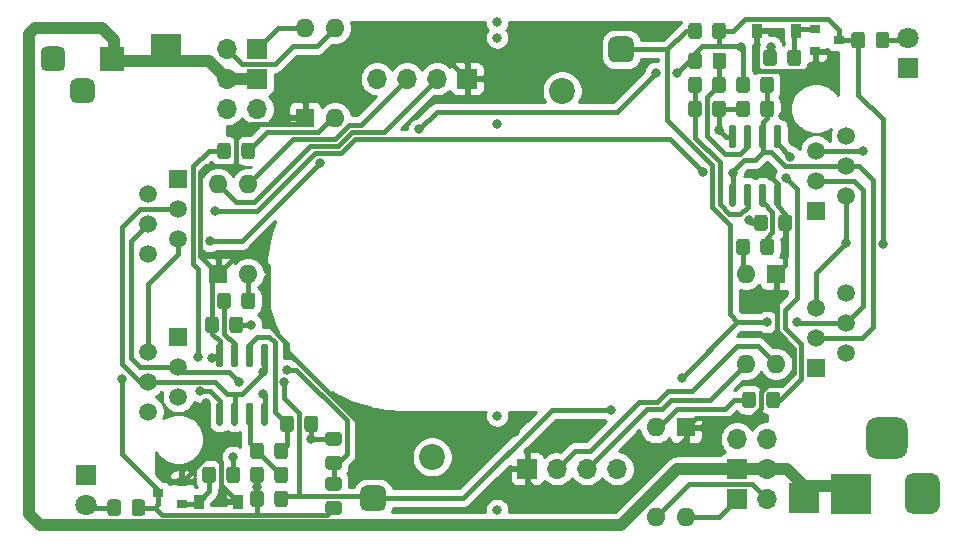
<source format=gbr>
%TF.GenerationSoftware,KiCad,Pcbnew,(5.1.6)-1*%
%TF.CreationDate,2021-04-28T12:41:24+02:00*%
%TF.ProjectId,combi_button,636f6d62-695f-4627-9574-746f6e2e6b69,rev?*%
%TF.SameCoordinates,Original*%
%TF.FileFunction,Copper,L1,Top*%
%TF.FilePolarity,Positive*%
%FSLAX46Y46*%
G04 Gerber Fmt 4.6, Leading zero omitted, Abs format (unit mm)*
G04 Created by KiCad (PCBNEW (5.1.6)-1) date 2021-04-28 12:41:24*
%MOMM*%
%LPD*%
G01*
G04 APERTURE LIST*
%TA.AperFunction,SMDPad,CuDef*%
%ADD10R,0.900000X1.200000*%
%TD*%
%TA.AperFunction,ComponentPad*%
%ADD11O,1.600000X1.600000*%
%TD*%
%TA.AperFunction,ComponentPad*%
%ADD12R,1.600000X1.600000*%
%TD*%
%TA.AperFunction,ComponentPad*%
%ADD13O,1.700000X1.700000*%
%TD*%
%TA.AperFunction,ComponentPad*%
%ADD14R,1.700000X1.700000*%
%TD*%
%TA.AperFunction,SMDPad,CuDef*%
%ADD15R,2.500000X2.500000*%
%TD*%
%TA.AperFunction,ComponentPad*%
%ADD16C,2.200000*%
%TD*%
%TA.AperFunction,SMDPad,CuDef*%
%ADD17R,0.900000X0.800000*%
%TD*%
%TA.AperFunction,ComponentPad*%
%ADD18C,1.800000*%
%TD*%
%TA.AperFunction,ComponentPad*%
%ADD19R,1.800000X1.800000*%
%TD*%
%TA.AperFunction,ComponentPad*%
%ADD20R,2.100000X2.100000*%
%TD*%
%TA.AperFunction,ComponentPad*%
%ADD21R,3.500000X3.500000*%
%TD*%
%TA.AperFunction,ComponentPad*%
%ADD22C,1.520000*%
%TD*%
%TA.AperFunction,ComponentPad*%
%ADD23R,1.520000X1.520000*%
%TD*%
%TA.AperFunction,ViaPad*%
%ADD24C,0.800000*%
%TD*%
%TA.AperFunction,Conductor*%
%ADD25C,0.400000*%
%TD*%
%TA.AperFunction,Conductor*%
%ADD26C,1.000000*%
%TD*%
%TA.AperFunction,Conductor*%
%ADD27C,0.254000*%
%TD*%
G04 APERTURE END LIST*
%TO.P,R20,2*%
%TO.N,Net-(D6-Pad2)*%
%TA.AperFunction,SMDPad,CuDef*%
G36*
G01*
X76182000Y-116567999D02*
X76182000Y-117468001D01*
G75*
G02*
X75932001Y-117718000I-249999J0D01*
G01*
X75281999Y-117718000D01*
G75*
G02*
X75032000Y-117468001I0J249999D01*
G01*
X75032000Y-116567999D01*
G75*
G02*
X75281999Y-116318000I249999J0D01*
G01*
X75932001Y-116318000D01*
G75*
G02*
X76182000Y-116567999I0J-249999D01*
G01*
G37*
%TD.AperFunction*%
%TO.P,R20,1*%
%TO.N,GND*%
%TA.AperFunction,SMDPad,CuDef*%
G36*
G01*
X78232000Y-116567999D02*
X78232000Y-117468001D01*
G75*
G02*
X77982001Y-117718000I-249999J0D01*
G01*
X77331999Y-117718000D01*
G75*
G02*
X77082000Y-117468001I0J249999D01*
G01*
X77082000Y-116567999D01*
G75*
G02*
X77331999Y-116318000I249999J0D01*
G01*
X77982001Y-116318000D01*
G75*
G02*
X78232000Y-116567999I0J-249999D01*
G01*
G37*
%TD.AperFunction*%
%TD*%
D10*
%TO.P,D6,2*%
%TO.N,Net-(D6-Pad2)*%
X74728000Y-119304000D03*
%TO.P,D6,1*%
%TO.N,VCC*%
X78028000Y-119304000D03*
%TD*%
D11*
%TO.P,U6,4*%
%TO.N,/C2_2*%
X83744000Y-79172000D03*
%TO.P,U6,2*%
%TO.N,Net-(R19-Pad1)*%
X86284000Y-86792000D03*
%TO.P,U6,3*%
%TO.N,/E2_2*%
X86284000Y-79172000D03*
D12*
%TO.P,U6,1*%
%TO.N,VCC*%
X83744000Y-86792000D03*
%TD*%
%TO.P,R19,2*%
%TO.N,Net-(R19-Pad2)*%
%TA.AperFunction,SMDPad,CuDef*%
G36*
G01*
X77452000Y-89135999D02*
X77452000Y-90036001D01*
G75*
G02*
X77202001Y-90286000I-249999J0D01*
G01*
X76551999Y-90286000D01*
G75*
G02*
X76302000Y-90036001I0J249999D01*
G01*
X76302000Y-89135999D01*
G75*
G02*
X76551999Y-88886000I249999J0D01*
G01*
X77202001Y-88886000D01*
G75*
G02*
X77452000Y-89135999I0J-249999D01*
G01*
G37*
%TD.AperFunction*%
%TO.P,R19,1*%
%TO.N,Net-(R19-Pad1)*%
%TA.AperFunction,SMDPad,CuDef*%
G36*
G01*
X79502000Y-89135999D02*
X79502000Y-90036001D01*
G75*
G02*
X79252001Y-90286000I-249999J0D01*
G01*
X78601999Y-90286000D01*
G75*
G02*
X78352000Y-90036001I0J249999D01*
G01*
X78352000Y-89135999D01*
G75*
G02*
X78601999Y-88886000I249999J0D01*
G01*
X79252001Y-88886000D01*
G75*
G02*
X79502000Y-89135999I0J-249999D01*
G01*
G37*
%TD.AperFunction*%
%TD*%
D13*
%TO.P,J14,2*%
%TO.N,/E2_2*%
X77140000Y-80950000D03*
D14*
%TO.P,J14,1*%
%TO.N,/C2_2*%
X79680000Y-80950000D03*
%TD*%
D13*
%TO.P,J13,2*%
%TO.N,/E2_1*%
X122860000Y-119050000D03*
D14*
%TO.P,J13,1*%
%TO.N,/C2_1*%
X120320000Y-119050000D03*
%TD*%
%TO.P,R18,2*%
%TO.N,Net-(D5-Pad2)*%
%TA.AperFunction,SMDPad,CuDef*%
G36*
G01*
X124580000Y-82162001D02*
X124580000Y-81261999D01*
G75*
G02*
X124829999Y-81012000I249999J0D01*
G01*
X125480001Y-81012000D01*
G75*
G02*
X125730000Y-81261999I0J-249999D01*
G01*
X125730000Y-82162001D01*
G75*
G02*
X125480001Y-82412000I-249999J0D01*
G01*
X124829999Y-82412000D01*
G75*
G02*
X124580000Y-82162001I0J249999D01*
G01*
G37*
%TD.AperFunction*%
%TO.P,R18,1*%
%TO.N,GND*%
%TA.AperFunction,SMDPad,CuDef*%
G36*
G01*
X122530000Y-82162001D02*
X122530000Y-81261999D01*
G75*
G02*
X122779999Y-81012000I249999J0D01*
G01*
X123430001Y-81012000D01*
G75*
G02*
X123680000Y-81261999I0J-249999D01*
G01*
X123680000Y-82162001D01*
G75*
G02*
X123430001Y-82412000I-249999J0D01*
G01*
X122779999Y-82412000D01*
G75*
G02*
X122530000Y-82162001I0J249999D01*
G01*
G37*
%TD.AperFunction*%
%TD*%
D10*
%TO.P,D5,2*%
%TO.N,Net-(D5-Pad2)*%
X125272000Y-79426000D03*
%TO.P,D5,1*%
%TO.N,VCC*%
X121972000Y-79426000D03*
%TD*%
D14*
%TO.P,J6,1*%
%TO.N,VCC*%
X102540000Y-116510000D03*
D13*
%TO.P,J6,2*%
%TO.N,/OPT_C*%
X105080000Y-116510000D03*
%TO.P,J6,3*%
%TO.N,/OPT_E*%
X107620000Y-116510000D03*
%TO.P,J6,4*%
%TO.N,GND*%
X110160000Y-116510000D03*
%TD*%
D15*
%TO.P,REF\u002A\u002A,1*%
%TO.N,VDC*%
X72000000Y-81000000D03*
%TD*%
%TO.P,REF\u002A\u002A,1*%
%TO.N,VDC*%
X126000000Y-119000000D03*
%TD*%
D14*
%TO.P,J12,1*%
%TO.N,VDC*%
X79680000Y-83490000D03*
D13*
%TO.P,J12,2*%
%TO.N,GND*%
X79680000Y-86030000D03*
%TO.P,J12,3*%
%TO.N,VDC*%
X77140000Y-83490000D03*
%TO.P,J12,4*%
%TO.N,GND*%
X77140000Y-86030000D03*
%TD*%
D14*
%TO.P,J11,1*%
%TO.N,VDC*%
X120320000Y-116510000D03*
D13*
%TO.P,J11,2*%
%TO.N,GND*%
X120320000Y-113970000D03*
%TO.P,J11,3*%
%TO.N,VDC*%
X122860000Y-116510000D03*
%TO.P,J11,4*%
%TO.N,GND*%
X122860000Y-113970000D03*
%TD*%
%TO.P,R17,2*%
%TO.N,GND*%
%TA.AperFunction,SMDPad,CuDef*%
G36*
G01*
X83686000Y-113150001D02*
X83686000Y-112249999D01*
G75*
G02*
X83935999Y-112000000I249999J0D01*
G01*
X84586001Y-112000000D01*
G75*
G02*
X84836000Y-112249999I0J-249999D01*
G01*
X84836000Y-113150001D01*
G75*
G02*
X84586001Y-113400000I-249999J0D01*
G01*
X83935999Y-113400000D01*
G75*
G02*
X83686000Y-113150001I0J249999D01*
G01*
G37*
%TD.AperFunction*%
%TO.P,R17,1*%
%TO.N,Net-(R16-Pad2)*%
%TA.AperFunction,SMDPad,CuDef*%
G36*
G01*
X81636000Y-113150001D02*
X81636000Y-112249999D01*
G75*
G02*
X81885999Y-112000000I249999J0D01*
G01*
X82536001Y-112000000D01*
G75*
G02*
X82786000Y-112249999I0J-249999D01*
G01*
X82786000Y-113150001D01*
G75*
G02*
X82536001Y-113400000I-249999J0D01*
G01*
X81885999Y-113400000D01*
G75*
G02*
X81636000Y-113150001I0J249999D01*
G01*
G37*
%TD.AperFunction*%
%TD*%
%TO.P,R16,1*%
%TO.N,Net-(R15-Pad2)*%
%TA.AperFunction,SMDPad,CuDef*%
G36*
G01*
X79096000Y-115436001D02*
X79096000Y-114535999D01*
G75*
G02*
X79345999Y-114286000I249999J0D01*
G01*
X79996001Y-114286000D01*
G75*
G02*
X80246000Y-114535999I0J-249999D01*
G01*
X80246000Y-115436001D01*
G75*
G02*
X79996001Y-115686000I-249999J0D01*
G01*
X79345999Y-115686000D01*
G75*
G02*
X79096000Y-115436001I0J249999D01*
G01*
G37*
%TD.AperFunction*%
%TO.P,R16,2*%
%TO.N,Net-(R16-Pad2)*%
%TA.AperFunction,SMDPad,CuDef*%
G36*
G01*
X81146000Y-115436001D02*
X81146000Y-114535999D01*
G75*
G02*
X81395999Y-114286000I249999J0D01*
G01*
X82046001Y-114286000D01*
G75*
G02*
X82296000Y-114535999I0J-249999D01*
G01*
X82296000Y-115436001D01*
G75*
G02*
X82046001Y-115686000I-249999J0D01*
G01*
X81395999Y-115686000D01*
G75*
G02*
X81146000Y-115436001I0J249999D01*
G01*
G37*
%TD.AperFunction*%
%TD*%
%TO.P,R15,2*%
%TO.N,Net-(R15-Pad2)*%
%TA.AperFunction,SMDPad,CuDef*%
G36*
G01*
X81146000Y-117468001D02*
X81146000Y-116567999D01*
G75*
G02*
X81395999Y-116318000I249999J0D01*
G01*
X82046001Y-116318000D01*
G75*
G02*
X82296000Y-116567999I0J-249999D01*
G01*
X82296000Y-117468001D01*
G75*
G02*
X82046001Y-117718000I-249999J0D01*
G01*
X81395999Y-117718000D01*
G75*
G02*
X81146000Y-117468001I0J249999D01*
G01*
G37*
%TD.AperFunction*%
%TO.P,R15,1*%
%TO.N,+5V*%
%TA.AperFunction,SMDPad,CuDef*%
G36*
G01*
X79096000Y-117468001D02*
X79096000Y-116567999D01*
G75*
G02*
X79345999Y-116318000I249999J0D01*
G01*
X79996001Y-116318000D01*
G75*
G02*
X80246000Y-116567999I0J-249999D01*
G01*
X80246000Y-117468001D01*
G75*
G02*
X79996001Y-117718000I-249999J0D01*
G01*
X79345999Y-117718000D01*
G75*
G02*
X79096000Y-117468001I0J249999D01*
G01*
G37*
%TD.AperFunction*%
%TD*%
D16*
%TO.P,J10,2*%
%TO.N,GND*%
X94500000Y-115500000D03*
%TO.P,J10,1*%
%TO.N,/ButtonPoint*%
%TA.AperFunction,ComponentPad*%
G36*
G01*
X90050000Y-120100000D02*
X88950000Y-120100000D01*
G75*
G02*
X88400000Y-119550000I0J550000D01*
G01*
X88400000Y-118450000D01*
G75*
G02*
X88950000Y-117900000I550000J0D01*
G01*
X90050000Y-117900000D01*
G75*
G02*
X90600000Y-118450000I0J-550000D01*
G01*
X90600000Y-119550000D01*
G75*
G02*
X90050000Y-120100000I-550000J0D01*
G01*
G37*
%TD.AperFunction*%
%TD*%
%TO.P,J9,2*%
%TO.N,GND*%
X105500000Y-84500000D03*
%TO.P,J9,1*%
%TO.N,/ButtonPoint*%
%TA.AperFunction,ComponentPad*%
G36*
G01*
X109950000Y-79900000D02*
X111050000Y-79900000D01*
G75*
G02*
X111600000Y-80450000I0J-550000D01*
G01*
X111600000Y-81550000D01*
G75*
G02*
X111050000Y-82100000I-550000J0D01*
G01*
X109950000Y-82100000D01*
G75*
G02*
X109400000Y-81550000I0J550000D01*
G01*
X109400000Y-80450000D01*
G75*
G02*
X109950000Y-79900000I550000J0D01*
G01*
G37*
%TD.AperFunction*%
%TD*%
D11*
%TO.P,U5,4*%
%TO.N,/C2_1*%
X116000000Y-120620000D03*
%TO.P,U5,2*%
%TO.N,Net-(R14-Pad1)*%
X113460000Y-113000000D03*
%TO.P,U5,3*%
%TO.N,/E2_1*%
X113460000Y-120620000D03*
D12*
%TO.P,U5,1*%
%TO.N,VCC*%
X116000000Y-113000000D03*
%TD*%
%TO.P,R14,1*%
%TO.N,Net-(R14-Pad1)*%
%TA.AperFunction,SMDPad,CuDef*%
G36*
G01*
X120752000Y-111118001D02*
X120752000Y-110217999D01*
G75*
G02*
X121001999Y-109968000I249999J0D01*
G01*
X121652001Y-109968000D01*
G75*
G02*
X121902000Y-110217999I0J-249999D01*
G01*
X121902000Y-111118001D01*
G75*
G02*
X121652001Y-111368000I-249999J0D01*
G01*
X121001999Y-111368000D01*
G75*
G02*
X120752000Y-111118001I0J249999D01*
G01*
G37*
%TD.AperFunction*%
%TO.P,R14,2*%
%TO.N,Net-(R14-Pad2)*%
%TA.AperFunction,SMDPad,CuDef*%
G36*
G01*
X122802000Y-111118001D02*
X122802000Y-110217999D01*
G75*
G02*
X123051999Y-109968000I249999J0D01*
G01*
X123702001Y-109968000D01*
G75*
G02*
X123952000Y-110217999I0J-249999D01*
G01*
X123952000Y-111118001D01*
G75*
G02*
X123702001Y-111368000I-249999J0D01*
G01*
X123051999Y-111368000D01*
G75*
G02*
X122802000Y-111118001I0J249999D01*
G01*
G37*
%TD.AperFunction*%
%TD*%
%TO.P,R13,2*%
%TO.N,GND*%
%TA.AperFunction,SMDPad,CuDef*%
G36*
G01*
X118221000Y-86480001D02*
X118221000Y-85579999D01*
G75*
G02*
X118470999Y-85330000I249999J0D01*
G01*
X119121001Y-85330000D01*
G75*
G02*
X119371000Y-85579999I0J-249999D01*
G01*
X119371000Y-86480001D01*
G75*
G02*
X119121001Y-86730000I-249999J0D01*
G01*
X118470999Y-86730000D01*
G75*
G02*
X118221000Y-86480001I0J249999D01*
G01*
G37*
%TD.AperFunction*%
%TO.P,R13,1*%
%TO.N,Net-(R12-Pad2)*%
%TA.AperFunction,SMDPad,CuDef*%
G36*
G01*
X116171000Y-86480001D02*
X116171000Y-85579999D01*
G75*
G02*
X116420999Y-85330000I249999J0D01*
G01*
X117071001Y-85330000D01*
G75*
G02*
X117321000Y-85579999I0J-249999D01*
G01*
X117321000Y-86480001D01*
G75*
G02*
X117071001Y-86730000I-249999J0D01*
G01*
X116420999Y-86730000D01*
G75*
G02*
X116171000Y-86480001I0J249999D01*
G01*
G37*
%TD.AperFunction*%
%TD*%
%TO.P,R12,2*%
%TO.N,Net-(R12-Pad2)*%
%TA.AperFunction,SMDPad,CuDef*%
G36*
G01*
X117321000Y-83547999D02*
X117321000Y-84448001D01*
G75*
G02*
X117071001Y-84698000I-249999J0D01*
G01*
X116420999Y-84698000D01*
G75*
G02*
X116171000Y-84448001I0J249999D01*
G01*
X116171000Y-83547999D01*
G75*
G02*
X116420999Y-83298000I249999J0D01*
G01*
X117071001Y-83298000D01*
G75*
G02*
X117321000Y-83547999I0J-249999D01*
G01*
G37*
%TD.AperFunction*%
%TO.P,R12,1*%
%TO.N,Net-(R11-Pad2)*%
%TA.AperFunction,SMDPad,CuDef*%
G36*
G01*
X119371000Y-83547999D02*
X119371000Y-84448001D01*
G75*
G02*
X119121001Y-84698000I-249999J0D01*
G01*
X118470999Y-84698000D01*
G75*
G02*
X118221000Y-84448001I0J249999D01*
G01*
X118221000Y-83547999D01*
G75*
G02*
X118470999Y-83298000I249999J0D01*
G01*
X119121001Y-83298000D01*
G75*
G02*
X119371000Y-83547999I0J-249999D01*
G01*
G37*
%TD.AperFunction*%
%TD*%
%TO.P,R11,2*%
%TO.N,Net-(R11-Pad2)*%
%TA.AperFunction,SMDPad,CuDef*%
G36*
G01*
X118239000Y-82416001D02*
X118239000Y-81515999D01*
G75*
G02*
X118488999Y-81266000I249999J0D01*
G01*
X119139001Y-81266000D01*
G75*
G02*
X119389000Y-81515999I0J-249999D01*
G01*
X119389000Y-82416001D01*
G75*
G02*
X119139001Y-82666000I-249999J0D01*
G01*
X118488999Y-82666000D01*
G75*
G02*
X118239000Y-82416001I0J249999D01*
G01*
G37*
%TD.AperFunction*%
%TO.P,R11,1*%
%TO.N,+5V*%
%TA.AperFunction,SMDPad,CuDef*%
G36*
G01*
X116189000Y-82416001D02*
X116189000Y-81515999D01*
G75*
G02*
X116438999Y-81266000I249999J0D01*
G01*
X117089001Y-81266000D01*
G75*
G02*
X117339000Y-81515999I0J-249999D01*
G01*
X117339000Y-82416001D01*
G75*
G02*
X117089001Y-82666000I-249999J0D01*
G01*
X116438999Y-82666000D01*
G75*
G02*
X116189000Y-82416001I0J249999D01*
G01*
G37*
%TD.AperFunction*%
%TD*%
%TO.P,R10,2*%
%TO.N,/ButtonPoint*%
%TA.AperFunction,SMDPad,CuDef*%
G36*
G01*
X81146000Y-119500001D02*
X81146000Y-118599999D01*
G75*
G02*
X81395999Y-118350000I249999J0D01*
G01*
X82046001Y-118350000D01*
G75*
G02*
X82296000Y-118599999I0J-249999D01*
G01*
X82296000Y-119500001D01*
G75*
G02*
X82046001Y-119750000I-249999J0D01*
G01*
X81395999Y-119750000D01*
G75*
G02*
X81146000Y-119500001I0J249999D01*
G01*
G37*
%TD.AperFunction*%
%TO.P,R10,1*%
%TO.N,+5V*%
%TA.AperFunction,SMDPad,CuDef*%
G36*
G01*
X79096000Y-119500001D02*
X79096000Y-118599999D01*
G75*
G02*
X79345999Y-118350000I249999J0D01*
G01*
X79996001Y-118350000D01*
G75*
G02*
X80246000Y-118599999I0J-249999D01*
G01*
X80246000Y-119500001D01*
G75*
G02*
X79996001Y-119750000I-249999J0D01*
G01*
X79345999Y-119750000D01*
G75*
G02*
X79096000Y-119500001I0J249999D01*
G01*
G37*
%TD.AperFunction*%
%TD*%
%TO.P,R9,2*%
%TO.N,/ButtonPoint*%
%TA.AperFunction,SMDPad,CuDef*%
G36*
G01*
X117321000Y-78975999D02*
X117321000Y-79876001D01*
G75*
G02*
X117071001Y-80126000I-249999J0D01*
G01*
X116420999Y-80126000D01*
G75*
G02*
X116171000Y-79876001I0J249999D01*
G01*
X116171000Y-78975999D01*
G75*
G02*
X116420999Y-78726000I249999J0D01*
G01*
X117071001Y-78726000D01*
G75*
G02*
X117321000Y-78975999I0J-249999D01*
G01*
G37*
%TD.AperFunction*%
%TO.P,R9,1*%
%TO.N,+5V*%
%TA.AperFunction,SMDPad,CuDef*%
G36*
G01*
X119371000Y-78975999D02*
X119371000Y-79876001D01*
G75*
G02*
X119121001Y-80126000I-249999J0D01*
G01*
X118470999Y-80126000D01*
G75*
G02*
X118221000Y-79876001I0J249999D01*
G01*
X118221000Y-78975999D01*
G75*
G02*
X118470999Y-78726000I249999J0D01*
G01*
X119121001Y-78726000D01*
G75*
G02*
X119371000Y-78975999I0J-249999D01*
G01*
G37*
%TD.AperFunction*%
%TD*%
%TO.P,R8,2*%
%TO.N,Net-(R8-Pad2)*%
%TA.AperFunction,SMDPad,CuDef*%
G36*
G01*
X77452000Y-101835999D02*
X77452000Y-102736001D01*
G75*
G02*
X77202001Y-102986000I-249999J0D01*
G01*
X76551999Y-102986000D01*
G75*
G02*
X76302000Y-102736001I0J249999D01*
G01*
X76302000Y-101835999D01*
G75*
G02*
X76551999Y-101586000I249999J0D01*
G01*
X77202001Y-101586000D01*
G75*
G02*
X77452000Y-101835999I0J-249999D01*
G01*
G37*
%TD.AperFunction*%
%TO.P,R8,1*%
%TO.N,Net-(R8-Pad1)*%
%TA.AperFunction,SMDPad,CuDef*%
G36*
G01*
X79502000Y-101835999D02*
X79502000Y-102736001D01*
G75*
G02*
X79252001Y-102986000I-249999J0D01*
G01*
X78601999Y-102986000D01*
G75*
G02*
X78352000Y-102736001I0J249999D01*
G01*
X78352000Y-101835999D01*
G75*
G02*
X78601999Y-101586000I249999J0D01*
G01*
X79252001Y-101586000D01*
G75*
G02*
X79502000Y-101835999I0J-249999D01*
G01*
G37*
%TD.AperFunction*%
%TD*%
%TO.P,R7,2*%
%TO.N,Net-(R7-Pad2)*%
%TA.AperFunction,SMDPad,CuDef*%
G36*
G01*
X122294000Y-98164001D02*
X122294000Y-97263999D01*
G75*
G02*
X122543999Y-97014000I249999J0D01*
G01*
X123194001Y-97014000D01*
G75*
G02*
X123444000Y-97263999I0J-249999D01*
G01*
X123444000Y-98164001D01*
G75*
G02*
X123194001Y-98414000I-249999J0D01*
G01*
X122543999Y-98414000D01*
G75*
G02*
X122294000Y-98164001I0J249999D01*
G01*
G37*
%TD.AperFunction*%
%TO.P,R7,1*%
%TO.N,Net-(R7-Pad1)*%
%TA.AperFunction,SMDPad,CuDef*%
G36*
G01*
X120244000Y-98164001D02*
X120244000Y-97263999D01*
G75*
G02*
X120493999Y-97014000I249999J0D01*
G01*
X121144001Y-97014000D01*
G75*
G02*
X121394000Y-97263999I0J-249999D01*
G01*
X121394000Y-98164001D01*
G75*
G02*
X121144001Y-98414000I-249999J0D01*
G01*
X120493999Y-98414000D01*
G75*
G02*
X120244000Y-98164001I0J249999D01*
G01*
G37*
%TD.AperFunction*%
%TD*%
D17*
%TO.P,Q2,3*%
%TO.N,+5V*%
X71314000Y-118542000D03*
%TO.P,Q2,2*%
%TO.N,VCC*%
X73314000Y-117592000D03*
%TO.P,Q2,1*%
%TO.N,Net-(D6-Pad2)*%
X73314000Y-119492000D03*
%TD*%
%TO.P,Q1,3*%
%TO.N,+5V*%
X128940000Y-80188000D03*
%TO.P,Q1,2*%
%TO.N,VCC*%
X126940000Y-81138000D03*
%TO.P,Q1,1*%
%TO.N,Net-(D5-Pad2)*%
X126940000Y-79238000D03*
%TD*%
D11*
%TO.P,U4,4*%
%TO.N,/OPT_C2*%
X76378000Y-92380000D03*
%TO.P,U4,2*%
%TO.N,Net-(R8-Pad1)*%
X78918000Y-100000000D03*
%TO.P,U4,3*%
%TO.N,/OPT_E2*%
X78918000Y-92380000D03*
D12*
%TO.P,U4,1*%
%TO.N,VCC*%
X76378000Y-100000000D03*
%TD*%
D11*
%TO.P,U3,4*%
%TO.N,/OPT_C*%
X123622000Y-107620000D03*
%TO.P,U3,2*%
%TO.N,Net-(R7-Pad1)*%
X121082000Y-100000000D03*
%TO.P,U3,3*%
%TO.N,/OPT_E*%
X121082000Y-107620000D03*
D12*
%TO.P,U3,1*%
%TO.N,VCC*%
X123622000Y-100000000D03*
%TD*%
%TO.P,U2,8*%
%TO.N,VCC*%
%TA.AperFunction,SMDPad,CuDef*%
G36*
G01*
X76655000Y-107898000D02*
X76355000Y-107898000D01*
G75*
G02*
X76205000Y-107748000I0J150000D01*
G01*
X76205000Y-106098000D01*
G75*
G02*
X76355000Y-105948000I150000J0D01*
G01*
X76655000Y-105948000D01*
G75*
G02*
X76805000Y-106098000I0J-150000D01*
G01*
X76805000Y-107748000D01*
G75*
G02*
X76655000Y-107898000I-150000J0D01*
G01*
G37*
%TD.AperFunction*%
%TO.P,U2,7*%
%TO.N,Net-(R8-Pad2)*%
%TA.AperFunction,SMDPad,CuDef*%
G36*
G01*
X77925000Y-107898000D02*
X77625000Y-107898000D01*
G75*
G02*
X77475000Y-107748000I0J150000D01*
G01*
X77475000Y-106098000D01*
G75*
G02*
X77625000Y-105948000I150000J0D01*
G01*
X77925000Y-105948000D01*
G75*
G02*
X78075000Y-106098000I0J-150000D01*
G01*
X78075000Y-107748000D01*
G75*
G02*
X77925000Y-107898000I-150000J0D01*
G01*
G37*
%TD.AperFunction*%
%TO.P,U2,6*%
%TO.N,Net-(R16-Pad2)*%
%TA.AperFunction,SMDPad,CuDef*%
G36*
G01*
X79195000Y-107898000D02*
X78895000Y-107898000D01*
G75*
G02*
X78745000Y-107748000I0J150000D01*
G01*
X78745000Y-106098000D01*
G75*
G02*
X78895000Y-105948000I150000J0D01*
G01*
X79195000Y-105948000D01*
G75*
G02*
X79345000Y-106098000I0J-150000D01*
G01*
X79345000Y-107748000D01*
G75*
G02*
X79195000Y-107898000I-150000J0D01*
G01*
G37*
%TD.AperFunction*%
%TO.P,U2,5*%
%TO.N,/MiddlePoint*%
%TA.AperFunction,SMDPad,CuDef*%
G36*
G01*
X80465000Y-107898000D02*
X80165000Y-107898000D01*
G75*
G02*
X80015000Y-107748000I0J150000D01*
G01*
X80015000Y-106098000D01*
G75*
G02*
X80165000Y-105948000I150000J0D01*
G01*
X80465000Y-105948000D01*
G75*
G02*
X80615000Y-106098000I0J-150000D01*
G01*
X80615000Y-107748000D01*
G75*
G02*
X80465000Y-107898000I-150000J0D01*
G01*
G37*
%TD.AperFunction*%
%TO.P,U2,4*%
%TO.N,GND*%
%TA.AperFunction,SMDPad,CuDef*%
G36*
G01*
X80465000Y-112848000D02*
X80165000Y-112848000D01*
G75*
G02*
X80015000Y-112698000I0J150000D01*
G01*
X80015000Y-111048000D01*
G75*
G02*
X80165000Y-110898000I150000J0D01*
G01*
X80465000Y-110898000D01*
G75*
G02*
X80615000Y-111048000I0J-150000D01*
G01*
X80615000Y-112698000D01*
G75*
G02*
X80465000Y-112848000I-150000J0D01*
G01*
G37*
%TD.AperFunction*%
%TO.P,U2,3*%
%TO.N,Net-(R15-Pad2)*%
%TA.AperFunction,SMDPad,CuDef*%
G36*
G01*
X79195000Y-112848000D02*
X78895000Y-112848000D01*
G75*
G02*
X78745000Y-112698000I0J150000D01*
G01*
X78745000Y-111048000D01*
G75*
G02*
X78895000Y-110898000I150000J0D01*
G01*
X79195000Y-110898000D01*
G75*
G02*
X79345000Y-111048000I0J-150000D01*
G01*
X79345000Y-112698000D01*
G75*
G02*
X79195000Y-112848000I-150000J0D01*
G01*
G37*
%TD.AperFunction*%
%TO.P,U2,2*%
%TO.N,/MiddlePoint*%
%TA.AperFunction,SMDPad,CuDef*%
G36*
G01*
X77925000Y-112848000D02*
X77625000Y-112848000D01*
G75*
G02*
X77475000Y-112698000I0J150000D01*
G01*
X77475000Y-111048000D01*
G75*
G02*
X77625000Y-110898000I150000J0D01*
G01*
X77925000Y-110898000D01*
G75*
G02*
X78075000Y-111048000I0J-150000D01*
G01*
X78075000Y-112698000D01*
G75*
G02*
X77925000Y-112848000I-150000J0D01*
G01*
G37*
%TD.AperFunction*%
%TO.P,U2,1*%
%TO.N,Net-(R19-Pad2)*%
%TA.AperFunction,SMDPad,CuDef*%
G36*
G01*
X76655000Y-112848000D02*
X76355000Y-112848000D01*
G75*
G02*
X76205000Y-112698000I0J150000D01*
G01*
X76205000Y-111048000D01*
G75*
G02*
X76355000Y-110898000I150000J0D01*
G01*
X76655000Y-110898000D01*
G75*
G02*
X76805000Y-111048000I0J-150000D01*
G01*
X76805000Y-112698000D01*
G75*
G02*
X76655000Y-112848000I-150000J0D01*
G01*
G37*
%TD.AperFunction*%
%TD*%
%TO.P,C2,2*%
%TO.N,GND*%
%TA.AperFunction,SMDPad,CuDef*%
G36*
G01*
X77336000Y-104768001D02*
X77336000Y-103867999D01*
G75*
G02*
X77585999Y-103618000I249999J0D01*
G01*
X78236001Y-103618000D01*
G75*
G02*
X78486000Y-103867999I0J-249999D01*
G01*
X78486000Y-104768001D01*
G75*
G02*
X78236001Y-105018000I-249999J0D01*
G01*
X77585999Y-105018000D01*
G75*
G02*
X77336000Y-104768001I0J249999D01*
G01*
G37*
%TD.AperFunction*%
%TO.P,C2,1*%
%TO.N,VCC*%
%TA.AperFunction,SMDPad,CuDef*%
G36*
G01*
X75286000Y-104768001D02*
X75286000Y-103867999D01*
G75*
G02*
X75535999Y-103618000I249999J0D01*
G01*
X76186001Y-103618000D01*
G75*
G02*
X76436000Y-103867999I0J-249999D01*
G01*
X76436000Y-104768001D01*
G75*
G02*
X76186001Y-105018000I-249999J0D01*
G01*
X75535999Y-105018000D01*
G75*
G02*
X75286000Y-104768001I0J249999D01*
G01*
G37*
%TD.AperFunction*%
%TD*%
%TO.P,U1,8*%
%TO.N,VCC*%
%TA.AperFunction,SMDPad,CuDef*%
G36*
G01*
X123599000Y-92356000D02*
X123899000Y-92356000D01*
G75*
G02*
X124049000Y-92506000I0J-150000D01*
G01*
X124049000Y-94156000D01*
G75*
G02*
X123899000Y-94306000I-150000J0D01*
G01*
X123599000Y-94306000D01*
G75*
G02*
X123449000Y-94156000I0J150000D01*
G01*
X123449000Y-92506000D01*
G75*
G02*
X123599000Y-92356000I150000J0D01*
G01*
G37*
%TD.AperFunction*%
%TO.P,U1,7*%
%TO.N,Net-(R7-Pad2)*%
%TA.AperFunction,SMDPad,CuDef*%
G36*
G01*
X122329000Y-92356000D02*
X122629000Y-92356000D01*
G75*
G02*
X122779000Y-92506000I0J-150000D01*
G01*
X122779000Y-94156000D01*
G75*
G02*
X122629000Y-94306000I-150000J0D01*
G01*
X122329000Y-94306000D01*
G75*
G02*
X122179000Y-94156000I0J150000D01*
G01*
X122179000Y-92506000D01*
G75*
G02*
X122329000Y-92356000I150000J0D01*
G01*
G37*
%TD.AperFunction*%
%TO.P,U1,6*%
%TO.N,Net-(R12-Pad2)*%
%TA.AperFunction,SMDPad,CuDef*%
G36*
G01*
X121059000Y-92356000D02*
X121359000Y-92356000D01*
G75*
G02*
X121509000Y-92506000I0J-150000D01*
G01*
X121509000Y-94156000D01*
G75*
G02*
X121359000Y-94306000I-150000J0D01*
G01*
X121059000Y-94306000D01*
G75*
G02*
X120909000Y-94156000I0J150000D01*
G01*
X120909000Y-92506000D01*
G75*
G02*
X121059000Y-92356000I150000J0D01*
G01*
G37*
%TD.AperFunction*%
%TO.P,U1,5*%
%TO.N,/MiddlePoint*%
%TA.AperFunction,SMDPad,CuDef*%
G36*
G01*
X119789000Y-92356000D02*
X120089000Y-92356000D01*
G75*
G02*
X120239000Y-92506000I0J-150000D01*
G01*
X120239000Y-94156000D01*
G75*
G02*
X120089000Y-94306000I-150000J0D01*
G01*
X119789000Y-94306000D01*
G75*
G02*
X119639000Y-94156000I0J150000D01*
G01*
X119639000Y-92506000D01*
G75*
G02*
X119789000Y-92356000I150000J0D01*
G01*
G37*
%TD.AperFunction*%
%TO.P,U1,4*%
%TO.N,GND*%
%TA.AperFunction,SMDPad,CuDef*%
G36*
G01*
X119789000Y-87406000D02*
X120089000Y-87406000D01*
G75*
G02*
X120239000Y-87556000I0J-150000D01*
G01*
X120239000Y-89206000D01*
G75*
G02*
X120089000Y-89356000I-150000J0D01*
G01*
X119789000Y-89356000D01*
G75*
G02*
X119639000Y-89206000I0J150000D01*
G01*
X119639000Y-87556000D01*
G75*
G02*
X119789000Y-87406000I150000J0D01*
G01*
G37*
%TD.AperFunction*%
%TO.P,U1,3*%
%TO.N,Net-(R11-Pad2)*%
%TA.AperFunction,SMDPad,CuDef*%
G36*
G01*
X121059000Y-87406000D02*
X121359000Y-87406000D01*
G75*
G02*
X121509000Y-87556000I0J-150000D01*
G01*
X121509000Y-89206000D01*
G75*
G02*
X121359000Y-89356000I-150000J0D01*
G01*
X121059000Y-89356000D01*
G75*
G02*
X120909000Y-89206000I0J150000D01*
G01*
X120909000Y-87556000D01*
G75*
G02*
X121059000Y-87406000I150000J0D01*
G01*
G37*
%TD.AperFunction*%
%TO.P,U1,2*%
%TO.N,/MiddlePoint*%
%TA.AperFunction,SMDPad,CuDef*%
G36*
G01*
X122329000Y-87406000D02*
X122629000Y-87406000D01*
G75*
G02*
X122779000Y-87556000I0J-150000D01*
G01*
X122779000Y-89206000D01*
G75*
G02*
X122629000Y-89356000I-150000J0D01*
G01*
X122329000Y-89356000D01*
G75*
G02*
X122179000Y-89206000I0J150000D01*
G01*
X122179000Y-87556000D01*
G75*
G02*
X122329000Y-87406000I150000J0D01*
G01*
G37*
%TD.AperFunction*%
%TO.P,U1,1*%
%TO.N,Net-(R14-Pad2)*%
%TA.AperFunction,SMDPad,CuDef*%
G36*
G01*
X123599000Y-87406000D02*
X123899000Y-87406000D01*
G75*
G02*
X124049000Y-87556000I0J-150000D01*
G01*
X124049000Y-89206000D01*
G75*
G02*
X123899000Y-89356000I-150000J0D01*
G01*
X123599000Y-89356000D01*
G75*
G02*
X123449000Y-89206000I0J150000D01*
G01*
X123449000Y-87556000D01*
G75*
G02*
X123599000Y-87406000I150000J0D01*
G01*
G37*
%TD.AperFunction*%
%TD*%
%TO.P,C1,2*%
%TO.N,GND*%
%TA.AperFunction,SMDPad,CuDef*%
G36*
G01*
X122918000Y-95231999D02*
X122918000Y-96132001D01*
G75*
G02*
X122668001Y-96382000I-249999J0D01*
G01*
X122017999Y-96382000D01*
G75*
G02*
X121768000Y-96132001I0J249999D01*
G01*
X121768000Y-95231999D01*
G75*
G02*
X122017999Y-94982000I249999J0D01*
G01*
X122668001Y-94982000D01*
G75*
G02*
X122918000Y-95231999I0J-249999D01*
G01*
G37*
%TD.AperFunction*%
%TO.P,C1,1*%
%TO.N,VCC*%
%TA.AperFunction,SMDPad,CuDef*%
G36*
G01*
X124968000Y-95231999D02*
X124968000Y-96132001D01*
G75*
G02*
X124718001Y-96382000I-249999J0D01*
G01*
X124067999Y-96382000D01*
G75*
G02*
X123818000Y-96132001I0J249999D01*
G01*
X123818000Y-95231999D01*
G75*
G02*
X124067999Y-94982000I249999J0D01*
G01*
X124718001Y-94982000D01*
G75*
G02*
X124968000Y-95231999I0J-249999D01*
G01*
G37*
%TD.AperFunction*%
%TD*%
%TO.P,R6,2*%
%TO.N,GND*%
%TA.AperFunction,SMDPad,CuDef*%
G36*
G01*
X86607001Y-114536000D02*
X85706999Y-114536000D01*
G75*
G02*
X85457000Y-114286001I0J249999D01*
G01*
X85457000Y-113635999D01*
G75*
G02*
X85706999Y-113386000I249999J0D01*
G01*
X86607001Y-113386000D01*
G75*
G02*
X86857000Y-113635999I0J-249999D01*
G01*
X86857000Y-114286001D01*
G75*
G02*
X86607001Y-114536000I-249999J0D01*
G01*
G37*
%TD.AperFunction*%
%TO.P,R6,1*%
%TO.N,/MiddlePoint*%
%TA.AperFunction,SMDPad,CuDef*%
G36*
G01*
X86607001Y-116586000D02*
X85706999Y-116586000D01*
G75*
G02*
X85457000Y-116336001I0J249999D01*
G01*
X85457000Y-115685999D01*
G75*
G02*
X85706999Y-115436000I249999J0D01*
G01*
X86607001Y-115436000D01*
G75*
G02*
X86857000Y-115685999I0J-249999D01*
G01*
X86857000Y-116336001D01*
G75*
G02*
X86607001Y-116586000I-249999J0D01*
G01*
G37*
%TD.AperFunction*%
%TD*%
%TO.P,R5,2*%
%TO.N,/MiddlePoint*%
%TA.AperFunction,SMDPad,CuDef*%
G36*
G01*
X86607001Y-118346000D02*
X85706999Y-118346000D01*
G75*
G02*
X85457000Y-118096001I0J249999D01*
G01*
X85457000Y-117445999D01*
G75*
G02*
X85706999Y-117196000I249999J0D01*
G01*
X86607001Y-117196000D01*
G75*
G02*
X86857000Y-117445999I0J-249999D01*
G01*
X86857000Y-118096001D01*
G75*
G02*
X86607001Y-118346000I-249999J0D01*
G01*
G37*
%TD.AperFunction*%
%TO.P,R5,1*%
%TO.N,+5V*%
%TA.AperFunction,SMDPad,CuDef*%
G36*
G01*
X86607001Y-120396000D02*
X85706999Y-120396000D01*
G75*
G02*
X85457000Y-120146001I0J249999D01*
G01*
X85457000Y-119495999D01*
G75*
G02*
X85706999Y-119246000I249999J0D01*
G01*
X86607001Y-119246000D01*
G75*
G02*
X86857000Y-119495999I0J-249999D01*
G01*
X86857000Y-120146001D01*
G75*
G02*
X86607001Y-120396000I-249999J0D01*
G01*
G37*
%TD.AperFunction*%
%TD*%
%TO.P,R4,2*%
%TO.N,GND*%
%TA.AperFunction,SMDPad,CuDef*%
G36*
G01*
X121394000Y-85579999D02*
X121394000Y-86480001D01*
G75*
G02*
X121144001Y-86730000I-249999J0D01*
G01*
X120493999Y-86730000D01*
G75*
G02*
X120244000Y-86480001I0J249999D01*
G01*
X120244000Y-85579999D01*
G75*
G02*
X120493999Y-85330000I249999J0D01*
G01*
X121144001Y-85330000D01*
G75*
G02*
X121394000Y-85579999I0J-249999D01*
G01*
G37*
%TD.AperFunction*%
%TO.P,R4,1*%
%TO.N,/MiddlePoint*%
%TA.AperFunction,SMDPad,CuDef*%
G36*
G01*
X123444000Y-85579999D02*
X123444000Y-86480001D01*
G75*
G02*
X123194001Y-86730000I-249999J0D01*
G01*
X122543999Y-86730000D01*
G75*
G02*
X122294000Y-86480001I0J249999D01*
G01*
X122294000Y-85579999D01*
G75*
G02*
X122543999Y-85330000I249999J0D01*
G01*
X123194001Y-85330000D01*
G75*
G02*
X123444000Y-85579999I0J-249999D01*
G01*
G37*
%TD.AperFunction*%
%TD*%
%TO.P,R3,2*%
%TO.N,/MiddlePoint*%
%TA.AperFunction,SMDPad,CuDef*%
G36*
G01*
X122285000Y-84448001D02*
X122285000Y-83547999D01*
G75*
G02*
X122534999Y-83298000I249999J0D01*
G01*
X123185001Y-83298000D01*
G75*
G02*
X123435000Y-83547999I0J-249999D01*
G01*
X123435000Y-84448001D01*
G75*
G02*
X123185001Y-84698000I-249999J0D01*
G01*
X122534999Y-84698000D01*
G75*
G02*
X122285000Y-84448001I0J249999D01*
G01*
G37*
%TD.AperFunction*%
%TO.P,R3,1*%
%TO.N,+5V*%
%TA.AperFunction,SMDPad,CuDef*%
G36*
G01*
X120235000Y-84448001D02*
X120235000Y-83547999D01*
G75*
G02*
X120484999Y-83298000I249999J0D01*
G01*
X121135001Y-83298000D01*
G75*
G02*
X121385000Y-83547999I0J-249999D01*
G01*
X121385000Y-84448001D01*
G75*
G02*
X121135001Y-84698000I-249999J0D01*
G01*
X120484999Y-84698000D01*
G75*
G02*
X120235000Y-84448001I0J249999D01*
G01*
G37*
%TD.AperFunction*%
%TD*%
%TO.P,R2,2*%
%TO.N,+5V*%
%TA.AperFunction,SMDPad,CuDef*%
G36*
G01*
X131150000Y-79749999D02*
X131150000Y-80650001D01*
G75*
G02*
X130900001Y-80900000I-249999J0D01*
G01*
X130249999Y-80900000D01*
G75*
G02*
X130000000Y-80650001I0J249999D01*
G01*
X130000000Y-79749999D01*
G75*
G02*
X130249999Y-79500000I249999J0D01*
G01*
X130900001Y-79500000D01*
G75*
G02*
X131150000Y-79749999I0J-249999D01*
G01*
G37*
%TD.AperFunction*%
%TO.P,R2,1*%
%TO.N,Net-(D2-Pad2)*%
%TA.AperFunction,SMDPad,CuDef*%
G36*
G01*
X133200000Y-79749999D02*
X133200000Y-80650001D01*
G75*
G02*
X132950001Y-80900000I-249999J0D01*
G01*
X132299999Y-80900000D01*
G75*
G02*
X132050000Y-80650001I0J249999D01*
G01*
X132050000Y-79749999D01*
G75*
G02*
X132299999Y-79500000I249999J0D01*
G01*
X132950001Y-79500000D01*
G75*
G02*
X133200000Y-79749999I0J-249999D01*
G01*
G37*
%TD.AperFunction*%
%TD*%
%TO.P,R1,2*%
%TO.N,+5V*%
%TA.AperFunction,SMDPad,CuDef*%
G36*
G01*
X69050000Y-120250001D02*
X69050000Y-119349999D01*
G75*
G02*
X69299999Y-119100000I249999J0D01*
G01*
X69950001Y-119100000D01*
G75*
G02*
X70200000Y-119349999I0J-249999D01*
G01*
X70200000Y-120250001D01*
G75*
G02*
X69950001Y-120500000I-249999J0D01*
G01*
X69299999Y-120500000D01*
G75*
G02*
X69050000Y-120250001I0J249999D01*
G01*
G37*
%TD.AperFunction*%
%TO.P,R1,1*%
%TO.N,Net-(D1-Pad2)*%
%TA.AperFunction,SMDPad,CuDef*%
G36*
G01*
X67000000Y-120250001D02*
X67000000Y-119349999D01*
G75*
G02*
X67249999Y-119100000I249999J0D01*
G01*
X67900001Y-119100000D01*
G75*
G02*
X68150000Y-119349999I0J-249999D01*
G01*
X68150000Y-120250001D01*
G75*
G02*
X67900001Y-120500000I-249999J0D01*
G01*
X67249999Y-120500000D01*
G75*
G02*
X67000000Y-120250001I0J249999D01*
G01*
G37*
%TD.AperFunction*%
%TD*%
D18*
%TO.P,D2,2*%
%TO.N,Net-(D2-Pad2)*%
X134800000Y-80060000D03*
D19*
%TO.P,D2,1*%
%TO.N,GND*%
X134800000Y-82600000D03*
%TD*%
D18*
%TO.P,D1,2*%
%TO.N,Net-(D1-Pad2)*%
X65200000Y-119540000D03*
D19*
%TO.P,D1,1*%
%TO.N,GND*%
X65200000Y-117000000D03*
%TD*%
%TO.P,J8,3*%
%TO.N,Net-(J8-Pad3)*%
%TA.AperFunction,ComponentPad*%
G36*
G01*
X63850000Y-85025000D02*
X63850000Y-83975000D01*
G75*
G02*
X64375000Y-83450000I525000J0D01*
G01*
X65425000Y-83450000D01*
G75*
G02*
X65950000Y-83975000I0J-525000D01*
G01*
X65950000Y-85025000D01*
G75*
G02*
X65425000Y-85550000I-525000J0D01*
G01*
X64375000Y-85550000D01*
G75*
G02*
X63850000Y-85025000I0J525000D01*
G01*
G37*
%TD.AperFunction*%
%TO.P,J8,2*%
%TO.N,GND*%
%TA.AperFunction,ComponentPad*%
G36*
G01*
X61350000Y-82325000D02*
X61350000Y-81275000D01*
G75*
G02*
X61875000Y-80750000I525000J0D01*
G01*
X62925000Y-80750000D01*
G75*
G02*
X63450000Y-81275000I0J-525000D01*
G01*
X63450000Y-82325000D01*
G75*
G02*
X62925000Y-82850000I-525000J0D01*
G01*
X61875000Y-82850000D01*
G75*
G02*
X61350000Y-82325000I0J525000D01*
G01*
G37*
%TD.AperFunction*%
D20*
%TO.P,J8,1*%
%TO.N,VDC*%
X67400000Y-81800000D03*
%TD*%
D14*
%TO.P,J7,1*%
%TO.N,VCC*%
X97460000Y-83490000D03*
D13*
%TO.P,J7,2*%
%TO.N,/OPT_C2*%
X94920000Y-83490000D03*
%TO.P,J7,3*%
%TO.N,/OPT_E2*%
X92380000Y-83490000D03*
%TO.P,J7,4*%
%TO.N,GND*%
X89840000Y-83490000D03*
%TD*%
%TO.P,J5,3*%
%TO.N,Net-(J5-Pad3)*%
%TA.AperFunction,ComponentPad*%
G36*
G01*
X134750000Y-113025000D02*
X134750000Y-114775000D01*
G75*
G02*
X133875000Y-115650000I-875000J0D01*
G01*
X132125000Y-115650000D01*
G75*
G02*
X131250000Y-114775000I0J875000D01*
G01*
X131250000Y-113025000D01*
G75*
G02*
X132125000Y-112150000I875000J0D01*
G01*
X133875000Y-112150000D01*
G75*
G02*
X134750000Y-113025000I0J-875000D01*
G01*
G37*
%TD.AperFunction*%
%TO.P,J5,2*%
%TO.N,GND*%
%TA.AperFunction,ComponentPad*%
G36*
G01*
X137500000Y-117600000D02*
X137500000Y-119600000D01*
G75*
G02*
X136750000Y-120350000I-750000J0D01*
G01*
X135250000Y-120350000D01*
G75*
G02*
X134500000Y-119600000I0J750000D01*
G01*
X134500000Y-117600000D01*
G75*
G02*
X135250000Y-116850000I750000J0D01*
G01*
X136750000Y-116850000D01*
G75*
G02*
X137500000Y-117600000I0J-750000D01*
G01*
G37*
%TD.AperFunction*%
D21*
%TO.P,J5,1*%
%TO.N,VDC*%
X130000000Y-118600000D03*
%TD*%
D22*
%TO.P,J4,6*%
%TO.N,Net-(J4-Pad6)*%
X70460000Y-111685000D03*
%TO.P,J4,5*%
%TO.N,GND*%
X73000000Y-110415000D03*
%TO.P,J4,4*%
%TO.N,/MiddlePoint*%
X70460000Y-109145000D03*
%TO.P,J4,3*%
%TO.N,/ButtonPoint*%
X73000000Y-107875000D03*
%TO.P,J4,2*%
%TO.N,+5V*%
X70460000Y-106605000D03*
D23*
%TO.P,J4,1*%
%TO.N,Net-(J4-Pad1)*%
X73000000Y-105335000D03*
%TD*%
D22*
%TO.P,J3,6*%
%TO.N,Net-(J3-Pad6)*%
X70460000Y-98350000D03*
%TO.P,J3,5*%
%TO.N,+5V*%
X73000000Y-97080000D03*
%TO.P,J3,4*%
%TO.N,/ButtonPoint*%
X70460000Y-95810000D03*
%TO.P,J3,3*%
%TO.N,/MiddlePoint*%
X73000000Y-94540000D03*
%TO.P,J3,2*%
%TO.N,GND*%
X70460000Y-93270000D03*
D23*
%TO.P,J3,1*%
%TO.N,Net-(J3-Pad1)*%
X73000000Y-92000000D03*
%TD*%
D22*
%TO.P,J2,6*%
%TO.N,Net-(J2-Pad6)*%
X129540000Y-88315000D03*
%TO.P,J2,5*%
%TO.N,GND*%
X127000000Y-89585000D03*
%TO.P,J2,4*%
%TO.N,/MiddlePoint*%
X129540000Y-90855000D03*
%TO.P,J2,3*%
%TO.N,/ButtonPoint*%
X127000000Y-92125000D03*
%TO.P,J2,2*%
%TO.N,+5V*%
X129540000Y-93395000D03*
D23*
%TO.P,J2,1*%
%TO.N,Net-(J2-Pad1)*%
X127000000Y-94665000D03*
%TD*%
D22*
%TO.P,J1,6*%
%TO.N,Net-(J1-Pad6)*%
X129540000Y-101650000D03*
%TO.P,J1,5*%
%TO.N,+5V*%
X127000000Y-102920000D03*
%TO.P,J1,4*%
%TO.N,/ButtonPoint*%
X129540000Y-104190000D03*
%TO.P,J1,3*%
%TO.N,/MiddlePoint*%
X127000000Y-105460000D03*
%TO.P,J1,2*%
%TO.N,GND*%
X129540000Y-106730000D03*
D23*
%TO.P,J1,1*%
%TO.N,Net-(J1-Pad1)*%
X127000000Y-108000000D03*
%TD*%
D24*
%TO.N,GND*%
X100000000Y-112000000D03*
X100000000Y-120000000D03*
X100000000Y-87300000D03*
X100000000Y-80000000D03*
X118796000Y-87808000D03*
X121336000Y-95428000D03*
X130988000Y-89586000D03*
X100000000Y-78664000D03*
X123190000Y-80772000D03*
X80188000Y-110160000D03*
X77648000Y-115494000D03*
X79172000Y-104318000D03*
X84252000Y-113970000D03*
%TO.N,+5V*%
X129540000Y-97384000D03*
X132642011Y-97460000D03*
X120650000Y-80772000D03*
X68250000Y-108890000D03*
X75654000Y-97206000D03*
X79680000Y-118034000D03*
X85014000Y-90602000D03*
X93396000Y-87774990D03*
X113462000Y-82982000D03*
X115240000Y-82982000D03*
%TO.N,/ButtonPoint*%
X122860000Y-104064000D03*
X125400006Y-104064000D03*
X78156000Y-109144000D03*
X81966010Y-109144000D03*
X109675607Y-111503124D03*
X115618647Y-108779851D03*
%TO.N,/MiddlePoint*%
X117433992Y-91364000D03*
X119939000Y-91491000D03*
X76124014Y-94666000D03*
X82220000Y-108128000D03*
X80188000Y-108344000D03*
%TO.N,VCC*%
X123190000Y-91694000D03*
X124205990Y-86614000D03*
X75362000Y-110922000D03*
X75869986Y-107112000D03*
X101524000Y-113404314D03*
%TO.N,Net-(R14-Pad2)*%
X124799763Y-90069631D03*
X124430391Y-91881079D03*
%TO.N,Net-(R19-Pad2)*%
X74854000Y-109945000D03*
X74667305Y-107044695D03*
%TD*%
D25*
%TO.N,GND*%
X118796000Y-86030000D02*
X120819000Y-86030000D01*
X119939000Y-88381000D02*
X119369000Y-88381000D01*
X119369000Y-88381000D02*
X118796000Y-87808000D01*
X118796000Y-86030000D02*
X118796000Y-87808000D01*
X122343000Y-95682000D02*
X121590000Y-95682000D01*
X121590000Y-95682000D02*
X121336000Y-95428000D01*
X127000000Y-89585000D02*
X130987000Y-89585000D01*
X130987000Y-89585000D02*
X130988000Y-89586000D01*
X123105000Y-81712000D02*
X123105000Y-80857000D01*
X123105000Y-80857000D02*
X123190000Y-80772000D01*
X80315000Y-111873000D02*
X80315000Y-110287000D01*
X80315000Y-110287000D02*
X80188000Y-110160000D01*
X77657000Y-117018000D02*
X77657000Y-115503000D01*
X77657000Y-115503000D02*
X77648000Y-115494000D01*
X77911000Y-104318000D02*
X79172000Y-104318000D01*
X84261000Y-112700000D02*
X84261000Y-113961000D01*
X84261000Y-113961000D02*
X84252000Y-113970000D01*
X86157000Y-113961000D02*
X84261000Y-113961000D01*
%TO.N,+5V*%
X129540000Y-97384000D02*
X129540000Y-93395000D01*
X130575000Y-80200000D02*
X130575000Y-84855000D01*
X132642011Y-86922011D02*
X132642011Y-97460000D01*
X130575000Y-84855000D02*
X132642011Y-86922011D01*
X70460000Y-106605000D02*
X70460000Y-100838000D01*
X73000000Y-98298000D02*
X73000000Y-97080000D01*
X70460000Y-100838000D02*
X73000000Y-98298000D01*
X127000000Y-99924000D02*
X129540000Y-97384000D01*
X127000000Y-102920000D02*
X127000000Y-99924000D01*
X130563000Y-80188000D02*
X130575000Y-80200000D01*
X128940000Y-80188000D02*
X130563000Y-80188000D01*
X121015001Y-78425999D02*
X120015000Y-79426000D01*
X128940000Y-80188000D02*
X128940000Y-79388000D01*
X127977999Y-78425999D02*
X121015001Y-78425999D01*
X128940000Y-79388000D02*
X127977999Y-78425999D01*
X120015000Y-79426000D02*
X118796000Y-79426000D01*
X116764000Y-81966000D02*
X116764000Y-81266000D01*
X116764000Y-81266000D02*
X117334000Y-80696000D01*
X117334000Y-80696000D02*
X118796000Y-80696000D01*
X120650000Y-80772000D02*
X120574000Y-80696000D01*
X120574000Y-80696000D02*
X118796000Y-80696000D01*
X118796000Y-79426000D02*
X118796000Y-80696000D01*
X120810000Y-80932000D02*
X120650000Y-80772000D01*
X120810000Y-83998000D02*
X120810000Y-80932000D01*
X69625000Y-119800000D02*
X71032000Y-119800000D01*
X71314000Y-119518000D02*
X71032000Y-119800000D01*
X71314000Y-118542000D02*
X71314000Y-119518000D01*
X71314000Y-118542000D02*
X71314000Y-118304000D01*
X71314000Y-118304000D02*
X68250000Y-115240000D01*
X68250000Y-115240000D02*
X68250000Y-108890000D01*
X71032000Y-119800000D02*
X71606980Y-120374980D01*
X79671000Y-120374980D02*
X79671000Y-119304000D01*
X71606980Y-120374980D02*
X79671000Y-120374980D01*
X85603020Y-120374980D02*
X86157000Y-119821000D01*
X79671000Y-120374980D02*
X85603020Y-120374980D01*
X79671000Y-118043000D02*
X79680000Y-118034000D01*
X79671000Y-118043000D02*
X79671000Y-117018000D01*
X79671000Y-119050000D02*
X79671000Y-118043000D01*
X75654000Y-97206000D02*
X78410000Y-97206000D01*
X78410000Y-97206000D02*
X85014000Y-90602000D01*
X93396000Y-87774990D02*
X94886990Y-86284000D01*
X94886990Y-86284000D02*
X110160000Y-86284000D01*
X110160000Y-86284000D02*
X113462000Y-82982000D01*
X116256000Y-81966000D02*
X116764000Y-81966000D01*
X115240000Y-82982000D02*
X116256000Y-81966000D01*
%TO.N,Net-(D1-Pad2)*%
X65340000Y-119800000D02*
X65200000Y-119940000D01*
X67575000Y-119800000D02*
X65340000Y-119800000D01*
%TO.N,Net-(D2-Pad2)*%
X132625000Y-80200000D02*
X134660000Y-80200000D01*
X134660000Y-80200000D02*
X134800000Y-80060000D01*
%TO.N,/ButtonPoint*%
X130226975Y-92125000D02*
X127000000Y-92125000D01*
X130988000Y-92886025D02*
X130226975Y-92125000D01*
X129540000Y-104190000D02*
X130988000Y-102742000D01*
X130988000Y-102742000D02*
X130988000Y-92886025D01*
X69012000Y-97258000D02*
X70460000Y-95810000D01*
X69012000Y-107112000D02*
X69012000Y-97258000D01*
X73000000Y-107875000D02*
X69775000Y-107875000D01*
X69775000Y-107875000D02*
X69012000Y-107112000D01*
X110500000Y-81000000D02*
X114428000Y-81000000D01*
X125526006Y-104190000D02*
X125400006Y-104064000D01*
X129540000Y-104190000D02*
X125526006Y-104190000D01*
X116002000Y-79426000D02*
X114428000Y-81000000D01*
X116746000Y-79426000D02*
X116002000Y-79426000D01*
X77310010Y-108298010D02*
X78156000Y-109144000D01*
X73000000Y-107875000D02*
X73423010Y-108298010D01*
X73423010Y-108298010D02*
X77310010Y-108298010D01*
X89345990Y-118845990D02*
X89500000Y-119000000D01*
X83236000Y-118845990D02*
X89345990Y-118845990D01*
X83236000Y-111810997D02*
X83236000Y-118845990D01*
X81966010Y-109144000D02*
X81966010Y-110541007D01*
X81966010Y-110541007D02*
X83236000Y-111810997D01*
X81925010Y-118845990D02*
X81721000Y-119050000D01*
X83236000Y-118845990D02*
X81925010Y-118845990D01*
X120334498Y-104064000D02*
X115618647Y-108779851D01*
X122860000Y-104064000D02*
X120334498Y-104064000D01*
X119710990Y-103440492D02*
X120334498Y-104064000D01*
X114428000Y-86996000D02*
X118233992Y-90801992D01*
X119710990Y-95834990D02*
X119710990Y-103440492D01*
X114428000Y-81000000D02*
X114428000Y-86996000D01*
X118233992Y-90801992D02*
X118233992Y-94357992D01*
X118233992Y-94357992D02*
X119710990Y-95834990D01*
X104609192Y-111503124D02*
X109675607Y-111503124D01*
X89500000Y-119000000D02*
X97112316Y-119000000D01*
X97112316Y-119000000D02*
X104609192Y-111503124D01*
%TO.N,/MiddlePoint*%
X131842011Y-92082209D02*
X130614802Y-90855000D01*
X130614802Y-90855000D02*
X129540000Y-90855000D01*
X131842011Y-104479989D02*
X131842011Y-92082209D01*
X127000000Y-105460000D02*
X130862000Y-105460000D01*
X130862000Y-105460000D02*
X131842011Y-104479989D01*
X122479000Y-89713000D02*
X122479000Y-88381000D01*
X122860000Y-86021000D02*
X122869000Y-86030000D01*
X122860000Y-83998000D02*
X122860000Y-86021000D01*
X122479000Y-88381000D02*
X122479000Y-87173000D01*
X122869000Y-86783000D02*
X122869000Y-86030000D01*
X122479000Y-87173000D02*
X122869000Y-86783000D01*
X121844000Y-90348000D02*
X122479000Y-89713000D01*
X120913980Y-90348000D02*
X121844000Y-90348000D01*
X119939000Y-91322980D02*
X120913980Y-90348000D01*
X69772000Y-94540000D02*
X73000000Y-94540000D01*
X68250000Y-96062000D02*
X69772000Y-94540000D01*
X68250000Y-107620000D02*
X68250000Y-96062000D01*
X70460000Y-109145000D02*
X69775000Y-109145000D01*
X69775000Y-109145000D02*
X68250000Y-107620000D01*
X129540000Y-90855000D02*
X125087190Y-90855000D01*
X125087190Y-90855000D02*
X125072559Y-90869631D01*
X123200543Y-89713000D02*
X122479000Y-89713000D01*
X125072559Y-90869631D02*
X124357174Y-90869631D01*
X124357174Y-90869631D02*
X123200543Y-89713000D01*
X119939000Y-93331000D02*
X119939000Y-91491000D01*
X119939000Y-91491000D02*
X119939000Y-91322980D01*
X76125000Y-109145000D02*
X70460000Y-109145000D01*
X77140000Y-110160000D02*
X76125000Y-109145000D01*
X77775000Y-111873000D02*
X77775000Y-110287000D01*
X77775000Y-110287000D02*
X77648000Y-110160000D01*
X77648000Y-110160000D02*
X77140000Y-110160000D01*
X78410000Y-110160000D02*
X77648000Y-110160000D01*
X80315000Y-106923000D02*
X80315000Y-108255000D01*
X80315000Y-108255000D02*
X78410000Y-110160000D01*
X86157000Y-117771000D02*
X86157000Y-116011000D01*
X82982000Y-108128000D02*
X82220000Y-108128000D01*
X87257010Y-112403010D02*
X82982000Y-108128000D01*
X87257010Y-115282990D02*
X87257010Y-112403010D01*
X86157000Y-116011000D02*
X86529000Y-116011000D01*
X86529000Y-116011000D02*
X87257010Y-115282990D01*
X79680000Y-94666000D02*
X76124014Y-94666000D01*
X87974098Y-88574990D02*
X86757054Y-89792034D01*
X117433992Y-91364000D02*
X114644982Y-88574990D01*
X114644982Y-88574990D02*
X87974098Y-88574990D01*
X86757054Y-89792034D02*
X84553966Y-89792034D01*
X84553966Y-89792034D02*
X79680000Y-94666000D01*
%TO.N,VCC*%
X124393000Y-99229000D02*
X123622000Y-100000000D01*
X124393000Y-95682000D02*
X124393000Y-99229000D01*
X124393000Y-94924500D02*
X124393000Y-95682000D01*
X123749000Y-93331000D02*
X123749000Y-94280500D01*
X123749000Y-94280500D02*
X124393000Y-94924500D01*
X123660001Y-104864001D02*
X123660001Y-100038001D01*
X125146000Y-106350000D02*
X123660001Y-104864001D01*
X116808000Y-112192000D02*
X121497256Y-112192000D01*
X124129001Y-109398000D02*
X125146000Y-108381001D01*
X116000000Y-113000000D02*
X116808000Y-112192000D01*
X123660001Y-100038001D02*
X123622000Y-100000000D01*
X125146000Y-108381001D02*
X125146000Y-106350000D01*
X121497256Y-112192000D02*
X122352000Y-111337256D01*
X122952744Y-109398000D02*
X124129001Y-109398000D01*
X122352000Y-111337256D02*
X122352000Y-109998744D01*
X122352000Y-109998744D02*
X122952744Y-109398000D01*
X126940000Y-81138000D02*
X126940000Y-81938000D01*
X121972000Y-79426000D02*
X121972000Y-82604236D01*
X121972000Y-82604236D02*
X122216764Y-82849000D01*
X126940000Y-81938000D02*
X126029000Y-82849000D01*
X124205990Y-86614000D02*
X124205990Y-83058010D01*
X124205990Y-83058010D02*
X124415000Y-82849000D01*
X122216764Y-82849000D02*
X124415000Y-82849000D01*
X124415000Y-82849000D02*
X126029000Y-82849000D01*
X116000000Y-113870000D02*
X116000000Y-113000000D01*
X111252000Y-118618000D02*
X116000000Y-113870000D01*
X102540000Y-116510000D02*
X102540000Y-117526000D01*
X103632000Y-118618000D02*
X111252000Y-118618000D01*
X102540000Y-117526000D02*
X103632000Y-118618000D01*
X76505000Y-106923000D02*
X76505000Y-105715000D01*
X75861000Y-105071000D02*
X75861000Y-104318000D01*
X76505000Y-105715000D02*
X75861000Y-105071000D01*
X123190000Y-91821000D02*
X123190000Y-91694000D01*
X123749000Y-92380000D02*
X123190000Y-91821000D01*
X123749000Y-93331000D02*
X123749000Y-92380000D01*
X75362000Y-110922000D02*
X75362000Y-115544000D01*
X76174000Y-115544000D02*
X75362000Y-115544000D01*
X76632000Y-116002000D02*
X76174000Y-115544000D01*
X78028000Y-119304000D02*
X76632000Y-117908000D01*
X76632000Y-117908000D02*
X76632000Y-116002000D01*
X75362000Y-115544000D02*
X73314000Y-117592000D01*
X83744000Y-86792000D02*
X83744000Y-84252000D01*
X83744000Y-84252000D02*
X87300000Y-80696000D01*
X94666000Y-80696000D02*
X97460000Y-83490000D01*
X87300000Y-80696000D02*
X94666000Y-80696000D01*
X76058986Y-106923000D02*
X75869986Y-107112000D01*
X76505000Y-106923000D02*
X76058986Y-106923000D01*
X77902000Y-88570000D02*
X79191999Y-87280001D01*
X77902000Y-90602000D02*
X77902000Y-88570000D01*
X79191999Y-87280001D02*
X83255999Y-87280001D01*
X74854000Y-98476000D02*
X74854000Y-91364000D01*
X76378000Y-100000000D02*
X74854000Y-98476000D01*
X74854000Y-91364000D02*
X75362000Y-90856000D01*
X77648000Y-90856000D02*
X77902000Y-90602000D01*
X83255999Y-87280001D02*
X83744000Y-86792000D01*
X75362000Y-90856000D02*
X77648000Y-90856000D01*
X75861000Y-100517000D02*
X76378000Y-100000000D01*
X75861000Y-104318000D02*
X75861000Y-100517000D01*
X77902000Y-98476000D02*
X79680000Y-98476000D01*
X80573082Y-104259127D02*
X82219610Y-105905655D01*
X82219610Y-105905655D02*
X82219610Y-106517068D01*
X89106856Y-113404314D02*
X101524000Y-113404314D01*
X80573082Y-99369082D02*
X80573082Y-104259127D01*
X76378000Y-100000000D02*
X77902000Y-98476000D01*
X82219610Y-106517068D02*
X89106856Y-113404314D01*
X79680000Y-98476000D02*
X80573082Y-99369082D01*
%TO.N,Net-(R7-Pad2)*%
X122479000Y-93945021D02*
X122479000Y-93331000D01*
X123318010Y-94784031D02*
X122479000Y-93945021D01*
X123318010Y-96493990D02*
X123318010Y-94784031D01*
X122869000Y-97714000D02*
X122869000Y-96943000D01*
X122869000Y-96943000D02*
X123318010Y-96493990D01*
%TO.N,Net-(R7-Pad1)*%
X120819000Y-99737000D02*
X121082000Y-100000000D01*
X120819000Y-97714000D02*
X120819000Y-99737000D01*
%TO.N,Net-(R8-Pad2)*%
X77775000Y-105969000D02*
X77775000Y-106923000D01*
X76877000Y-102286000D02*
X76877000Y-105071000D01*
X76877000Y-105071000D02*
X77775000Y-105969000D01*
%TO.N,Net-(R8-Pad1)*%
X78927000Y-100009000D02*
X78918000Y-100000000D01*
X78927000Y-102286000D02*
X78927000Y-100009000D01*
%TO.N,Net-(R11-Pad2)*%
X118814000Y-83980000D02*
X118796000Y-83998000D01*
X118814000Y-81966000D02*
X118814000Y-83980000D01*
X121209000Y-89205000D02*
X121209000Y-88381000D01*
X117780000Y-85014000D02*
X117780000Y-88316000D01*
X118796000Y-83998000D02*
X117780000Y-85014000D01*
X119304000Y-89840000D02*
X120574000Y-89840000D01*
X117780000Y-88316000D02*
X119304000Y-89840000D01*
X120574000Y-89840000D02*
X121209000Y-89205000D01*
%TO.N,Net-(R12-Pad2)*%
X116746000Y-83998000D02*
X116746000Y-86030000D01*
X118834003Y-90553460D02*
X118834003Y-94109461D01*
X121209000Y-94306000D02*
X121209000Y-93331000D01*
X116746000Y-88465457D02*
X118834003Y-90553460D01*
X119644542Y-94920000D02*
X120595000Y-94920000D01*
X116746000Y-86030000D02*
X116746000Y-88465457D01*
X120595000Y-94920000D02*
X121209000Y-94306000D01*
X118834003Y-94109461D02*
X119644542Y-94920000D01*
%TO.N,Net-(R14-Pad2)*%
X123749000Y-88381000D02*
X123749000Y-89018868D01*
X123749000Y-89018868D02*
X124799763Y-90069631D01*
X125746011Y-105934011D02*
X124384000Y-104572000D01*
X124384000Y-104572000D02*
X124384000Y-103076842D01*
X123952000Y-110668000D02*
X125746011Y-108873989D01*
X125400000Y-92850688D02*
X124430391Y-91881079D01*
X123377000Y-110668000D02*
X123952000Y-110668000D01*
X125400000Y-102060842D02*
X125400000Y-92850688D01*
X124384000Y-103076842D02*
X125400000Y-102060842D01*
X125746011Y-108873989D02*
X125746011Y-105934011D01*
%TO.N,Net-(R14-Pad1)*%
X113679998Y-113000000D02*
X113460000Y-113000000D01*
X115249998Y-111430000D02*
X113679998Y-113000000D01*
X119304000Y-111430000D02*
X115249998Y-111430000D01*
X121327000Y-110668000D02*
X120066000Y-110668000D01*
X120066000Y-110668000D02*
X119304000Y-111430000D01*
%TO.N,Net-(R15-Pad2)*%
X79045000Y-114360000D02*
X79671000Y-114986000D01*
X79045000Y-111873000D02*
X79045000Y-114360000D01*
X81703000Y-117018000D02*
X79671000Y-114986000D01*
X81721000Y-117018000D02*
X81703000Y-117018000D01*
%TO.N,Net-(R16-Pad2)*%
X82211000Y-114496000D02*
X81721000Y-114986000D01*
X82211000Y-112700000D02*
X82211000Y-114496000D01*
X81165985Y-111654985D02*
X82211000Y-112700000D01*
X79045000Y-105969000D02*
X79680000Y-105334000D01*
X79045000Y-106923000D02*
X79045000Y-105969000D01*
X79680000Y-105334000D02*
X80696000Y-105334000D01*
X80696000Y-105334000D02*
X81165985Y-105803985D01*
X81165985Y-105803985D02*
X81165985Y-111654985D01*
D26*
%TO.N,VDC*%
X129400000Y-118000000D02*
X130000000Y-118600000D01*
D25*
X126000000Y-119000000D02*
X126000000Y-118000000D01*
D26*
X126000000Y-118000000D02*
X129400000Y-118000000D01*
X124510000Y-116510000D02*
X126000000Y-118000000D01*
X122860000Y-116510000D02*
X124510000Y-116510000D01*
X120320000Y-116510000D02*
X122860000Y-116510000D01*
X79680000Y-83490000D02*
X77140000Y-83490000D01*
X67800000Y-82000000D02*
X67600000Y-81800000D01*
X77140000Y-83490000D02*
X75650000Y-82000000D01*
X67600000Y-81800000D02*
X67600000Y-80196000D01*
X66576000Y-79172000D02*
X60884000Y-79172000D01*
X60376000Y-79680000D02*
X60376000Y-120320000D01*
X61330990Y-121274990D02*
X110481010Y-121274990D01*
X110481010Y-121274990D02*
X115246000Y-116510000D01*
X115246000Y-116510000D02*
X120320000Y-116510000D01*
X67600000Y-80196000D02*
X66576000Y-79172000D01*
X60884000Y-79172000D02*
X60376000Y-79680000D01*
X60376000Y-120320000D02*
X61330990Y-121274990D01*
X72000000Y-81720000D02*
X72280000Y-82000000D01*
X72000000Y-81000000D02*
X72000000Y-81720000D01*
X75650000Y-82000000D02*
X72280000Y-82000000D01*
X72280000Y-82000000D02*
X67800000Y-82000000D01*
D25*
%TO.N,/OPT_E*%
X112700000Y-111430000D02*
X107620000Y-116510000D01*
X113970000Y-111430000D02*
X112700000Y-111430000D01*
X114732000Y-110668000D02*
X113970000Y-111430000D01*
X121082000Y-107620000D02*
X118034000Y-110668000D01*
X118034000Y-110668000D02*
X114732000Y-110668000D01*
%TO.N,/OPT_C*%
X105929999Y-115660001D02*
X105080000Y-116510000D01*
X106604000Y-114986000D02*
X105929999Y-115660001D01*
X107874000Y-114986000D02*
X106604000Y-114986000D01*
X112030011Y-110829989D02*
X107874000Y-114986000D01*
X113554011Y-110829989D02*
X112030011Y-110829989D01*
X122098000Y-106096000D02*
X120320000Y-106096000D01*
X123622000Y-107620000D02*
X122098000Y-106096000D01*
X120320000Y-106096000D02*
X116510000Y-109906000D01*
X116510000Y-109906000D02*
X114478000Y-109906000D01*
X114478000Y-109906000D02*
X113554011Y-110829989D01*
%TO.N,Net-(D5-Pad2)*%
X125155000Y-79543000D02*
X125272000Y-79426000D01*
X125155000Y-81712000D02*
X125155000Y-79543000D01*
X125460000Y-79238000D02*
X125272000Y-79426000D01*
X126940000Y-79238000D02*
X125460000Y-79238000D01*
%TO.N,/OPT_C2*%
X86508522Y-89192023D02*
X87725566Y-87974979D01*
X77902000Y-93904000D02*
X79426000Y-93904000D01*
X76378000Y-92380000D02*
X77902000Y-93904000D01*
X79426000Y-93904000D02*
X84137977Y-89192023D01*
X84137977Y-89192023D02*
X86508522Y-89192023D01*
X87725566Y-87974979D02*
X90435021Y-87974979D01*
X90435021Y-87974979D02*
X94920000Y-83490000D01*
%TO.N,/OPT_E2*%
X88495032Y-87374968D02*
X92380000Y-83490000D01*
X87477034Y-87374968D02*
X88495032Y-87374968D01*
X86259990Y-88592012D02*
X87477034Y-87374968D01*
X82705988Y-88592012D02*
X86259990Y-88592012D01*
X78918000Y-92380000D02*
X82705988Y-88592012D01*
%TO.N,Net-(R19-Pad2)*%
X75655000Y-109945000D02*
X74854000Y-109945000D01*
X76505000Y-111873000D02*
X76505000Y-110795000D01*
X76505000Y-110795000D02*
X75655000Y-109945000D01*
X74667305Y-99559305D02*
X74667305Y-107044695D01*
X74253989Y-99145989D02*
X74667305Y-99559305D01*
X76877000Y-89586000D02*
X75572729Y-89586000D01*
X74253989Y-90904740D02*
X74253989Y-99145989D01*
X75572729Y-89586000D02*
X74253989Y-90904740D01*
%TO.N,Net-(R19-Pad1)*%
X84864001Y-87992001D02*
X86064002Y-86792000D01*
X86064002Y-86792000D02*
X86284000Y-86792000D01*
X80520999Y-87992001D02*
X84864001Y-87992001D01*
X78927000Y-89586000D02*
X80520999Y-87992001D01*
%TO.N,Net-(D6-Pad2)*%
X74540000Y-119492000D02*
X74728000Y-119304000D01*
X73314000Y-119492000D02*
X74540000Y-119492000D01*
X75607000Y-118425000D02*
X74728000Y-119304000D01*
X75607000Y-117018000D02*
X75607000Y-118425000D01*
%TO.N,/E2_1*%
X121609999Y-117799999D02*
X122860000Y-119050000D01*
X116280001Y-117799999D02*
X121609999Y-117799999D01*
X113460000Y-120620000D02*
X116280001Y-117799999D01*
%TO.N,/C2_1*%
X118750000Y-120620000D02*
X120320000Y-119050000D01*
X116000000Y-120620000D02*
X118750000Y-120620000D01*
%TO.N,/E2_2*%
X84760000Y-80696000D02*
X86284000Y-79172000D01*
X82728000Y-80696000D02*
X84760000Y-80696000D01*
X81184001Y-82239999D02*
X82728000Y-80696000D01*
X77140000Y-80950000D02*
X78429999Y-82239999D01*
X78429999Y-82239999D02*
X81184001Y-82239999D01*
%TO.N,/C2_2*%
X81458000Y-79172000D02*
X79680000Y-80950000D01*
X83744000Y-79172000D02*
X81458000Y-79172000D01*
%TD*%
D27*
%TO.N,VCC*%
G36*
X120374038Y-111745962D02*
G01*
X120508613Y-111856405D01*
X120662149Y-111938472D01*
X120828745Y-111989008D01*
X121001999Y-112006072D01*
X121652001Y-112006072D01*
X121825255Y-111989008D01*
X121991851Y-111938472D01*
X122145387Y-111856405D01*
X122279962Y-111745962D01*
X122352000Y-111658184D01*
X122424038Y-111745962D01*
X122558613Y-111856405D01*
X122712149Y-111938472D01*
X122873000Y-111987265D01*
X122873000Y-112485000D01*
X122713740Y-112485000D01*
X122426842Y-112542068D01*
X122156589Y-112654010D01*
X121913368Y-112816525D01*
X121706525Y-113023368D01*
X121590000Y-113197760D01*
X121473475Y-113023368D01*
X121266632Y-112816525D01*
X121023411Y-112654010D01*
X120753158Y-112542068D01*
X120466260Y-112485000D01*
X120173740Y-112485000D01*
X119886842Y-112542068D01*
X119616589Y-112654010D01*
X119373368Y-112816525D01*
X119166525Y-113023368D01*
X119004010Y-113266589D01*
X118892068Y-113536842D01*
X118835000Y-113823740D01*
X118835000Y-114116260D01*
X118892068Y-114403158D01*
X119004010Y-114673411D01*
X119166525Y-114916632D01*
X119298380Y-115048487D01*
X119225820Y-115070498D01*
X119115506Y-115129463D01*
X119018815Y-115208815D01*
X118939463Y-115305506D01*
X118902317Y-115375000D01*
X115301741Y-115375000D01*
X115245999Y-115369510D01*
X115190257Y-115375000D01*
X115190248Y-115375000D01*
X115023501Y-115391423D01*
X114809553Y-115456324D01*
X114612377Y-115561716D01*
X114439551Y-115703551D01*
X114404009Y-115746859D01*
X110010879Y-120139990D01*
X101027431Y-120139990D01*
X101035000Y-120101939D01*
X101035000Y-119898061D01*
X100995226Y-119698102D01*
X100917205Y-119509744D01*
X100803937Y-119340226D01*
X100659774Y-119196063D01*
X100490256Y-119082795D01*
X100301898Y-119004774D01*
X100101939Y-118965000D01*
X99898061Y-118965000D01*
X99698102Y-119004774D01*
X99509744Y-119082795D01*
X99340226Y-119196063D01*
X99196063Y-119340226D01*
X99082795Y-119509744D01*
X99004774Y-119698102D01*
X98965000Y-119898061D01*
X98965000Y-120101939D01*
X98972569Y-120139990D01*
X91075297Y-120139990D01*
X91147635Y-120004655D01*
X91199100Y-119835000D01*
X97071298Y-119835000D01*
X97112316Y-119839040D01*
X97153334Y-119835000D01*
X97153335Y-119835000D01*
X97276005Y-119822918D01*
X97433403Y-119775172D01*
X97578462Y-119697636D01*
X97705607Y-119593291D01*
X97731762Y-119561421D01*
X99933183Y-117360000D01*
X101051928Y-117360000D01*
X101064188Y-117484482D01*
X101100498Y-117604180D01*
X101159463Y-117714494D01*
X101238815Y-117811185D01*
X101335506Y-117890537D01*
X101445820Y-117949502D01*
X101565518Y-117985812D01*
X101690000Y-117998072D01*
X102254250Y-117995000D01*
X102413000Y-117836250D01*
X102413000Y-116637000D01*
X101213750Y-116637000D01*
X101055000Y-116795750D01*
X101051928Y-117360000D01*
X99933183Y-117360000D01*
X101061967Y-116231217D01*
X101213750Y-116383000D01*
X102413000Y-116383000D01*
X102413000Y-115183750D01*
X102261217Y-115031967D01*
X104955061Y-112338124D01*
X109062322Y-112338124D01*
X109185351Y-112420329D01*
X109237290Y-112441843D01*
X107528133Y-114151000D01*
X106645007Y-114151000D01*
X106603999Y-114146961D01*
X106562991Y-114151000D01*
X106562981Y-114151000D01*
X106440311Y-114163082D01*
X106282913Y-114210828D01*
X106137854Y-114288364D01*
X106010709Y-114392709D01*
X105984561Y-114424571D01*
X105368574Y-115040559D01*
X105368569Y-115040563D01*
X105357939Y-115051193D01*
X105226260Y-115025000D01*
X104933740Y-115025000D01*
X104646842Y-115082068D01*
X104376589Y-115194010D01*
X104133368Y-115356525D01*
X104001513Y-115488380D01*
X103979502Y-115415820D01*
X103920537Y-115305506D01*
X103841185Y-115208815D01*
X103744494Y-115129463D01*
X103634180Y-115070498D01*
X103514482Y-115034188D01*
X103390000Y-115021928D01*
X102825750Y-115025000D01*
X102667000Y-115183750D01*
X102667000Y-116383000D01*
X102687000Y-116383000D01*
X102687000Y-116637000D01*
X102667000Y-116637000D01*
X102667000Y-117836250D01*
X102825750Y-117995000D01*
X103390000Y-117998072D01*
X103514482Y-117985812D01*
X103634180Y-117949502D01*
X103744494Y-117890537D01*
X103841185Y-117811185D01*
X103920537Y-117714494D01*
X103979502Y-117604180D01*
X104001513Y-117531620D01*
X104133368Y-117663475D01*
X104376589Y-117825990D01*
X104646842Y-117937932D01*
X104933740Y-117995000D01*
X105226260Y-117995000D01*
X105513158Y-117937932D01*
X105783411Y-117825990D01*
X106026632Y-117663475D01*
X106233475Y-117456632D01*
X106350000Y-117282240D01*
X106466525Y-117456632D01*
X106673368Y-117663475D01*
X106916589Y-117825990D01*
X107186842Y-117937932D01*
X107473740Y-117995000D01*
X107766260Y-117995000D01*
X108053158Y-117937932D01*
X108323411Y-117825990D01*
X108566632Y-117663475D01*
X108773475Y-117456632D01*
X108890000Y-117282240D01*
X109006525Y-117456632D01*
X109213368Y-117663475D01*
X109456589Y-117825990D01*
X109726842Y-117937932D01*
X110013740Y-117995000D01*
X110306260Y-117995000D01*
X110593158Y-117937932D01*
X110863411Y-117825990D01*
X111106632Y-117663475D01*
X111313475Y-117456632D01*
X111475990Y-117213411D01*
X111587932Y-116943158D01*
X111645000Y-116656260D01*
X111645000Y-116363740D01*
X111587932Y-116076842D01*
X111475990Y-115806589D01*
X111313475Y-115563368D01*
X111106632Y-115356525D01*
X110863411Y-115194010D01*
X110593158Y-115082068D01*
X110306260Y-115025000D01*
X110285868Y-115025000D01*
X112048980Y-113261889D01*
X112080147Y-113418574D01*
X112188320Y-113679727D01*
X112345363Y-113914759D01*
X112545241Y-114114637D01*
X112780273Y-114271680D01*
X113041426Y-114379853D01*
X113318665Y-114435000D01*
X113601335Y-114435000D01*
X113878574Y-114379853D01*
X114139727Y-114271680D01*
X114374759Y-114114637D01*
X114573357Y-113916039D01*
X114574188Y-113924482D01*
X114610498Y-114044180D01*
X114669463Y-114154494D01*
X114748815Y-114251185D01*
X114845506Y-114330537D01*
X114955820Y-114389502D01*
X115075518Y-114425812D01*
X115200000Y-114438072D01*
X115714250Y-114435000D01*
X115873000Y-114276250D01*
X115873000Y-113127000D01*
X116127000Y-113127000D01*
X116127000Y-114276250D01*
X116285750Y-114435000D01*
X116800000Y-114438072D01*
X116924482Y-114425812D01*
X117044180Y-114389502D01*
X117154494Y-114330537D01*
X117251185Y-114251185D01*
X117330537Y-114154494D01*
X117389502Y-114044180D01*
X117425812Y-113924482D01*
X117438072Y-113800000D01*
X117435000Y-113285750D01*
X117276250Y-113127000D01*
X116127000Y-113127000D01*
X115873000Y-113127000D01*
X115853000Y-113127000D01*
X115853000Y-112873000D01*
X115873000Y-112873000D01*
X115873000Y-112853000D01*
X116127000Y-112853000D01*
X116127000Y-112873000D01*
X117276250Y-112873000D01*
X117435000Y-112714250D01*
X117437684Y-112265000D01*
X119262982Y-112265000D01*
X119304000Y-112269040D01*
X119345018Y-112265000D01*
X119345019Y-112265000D01*
X119467689Y-112252918D01*
X119625087Y-112205172D01*
X119770146Y-112127636D01*
X119897291Y-112023291D01*
X119923445Y-111991422D01*
X120281574Y-111633294D01*
X120374038Y-111745962D01*
G37*
X120374038Y-111745962D02*
X120508613Y-111856405D01*
X120662149Y-111938472D01*
X120828745Y-111989008D01*
X121001999Y-112006072D01*
X121652001Y-112006072D01*
X121825255Y-111989008D01*
X121991851Y-111938472D01*
X122145387Y-111856405D01*
X122279962Y-111745962D01*
X122352000Y-111658184D01*
X122424038Y-111745962D01*
X122558613Y-111856405D01*
X122712149Y-111938472D01*
X122873000Y-111987265D01*
X122873000Y-112485000D01*
X122713740Y-112485000D01*
X122426842Y-112542068D01*
X122156589Y-112654010D01*
X121913368Y-112816525D01*
X121706525Y-113023368D01*
X121590000Y-113197760D01*
X121473475Y-113023368D01*
X121266632Y-112816525D01*
X121023411Y-112654010D01*
X120753158Y-112542068D01*
X120466260Y-112485000D01*
X120173740Y-112485000D01*
X119886842Y-112542068D01*
X119616589Y-112654010D01*
X119373368Y-112816525D01*
X119166525Y-113023368D01*
X119004010Y-113266589D01*
X118892068Y-113536842D01*
X118835000Y-113823740D01*
X118835000Y-114116260D01*
X118892068Y-114403158D01*
X119004010Y-114673411D01*
X119166525Y-114916632D01*
X119298380Y-115048487D01*
X119225820Y-115070498D01*
X119115506Y-115129463D01*
X119018815Y-115208815D01*
X118939463Y-115305506D01*
X118902317Y-115375000D01*
X115301741Y-115375000D01*
X115245999Y-115369510D01*
X115190257Y-115375000D01*
X115190248Y-115375000D01*
X115023501Y-115391423D01*
X114809553Y-115456324D01*
X114612377Y-115561716D01*
X114439551Y-115703551D01*
X114404009Y-115746859D01*
X110010879Y-120139990D01*
X101027431Y-120139990D01*
X101035000Y-120101939D01*
X101035000Y-119898061D01*
X100995226Y-119698102D01*
X100917205Y-119509744D01*
X100803937Y-119340226D01*
X100659774Y-119196063D01*
X100490256Y-119082795D01*
X100301898Y-119004774D01*
X100101939Y-118965000D01*
X99898061Y-118965000D01*
X99698102Y-119004774D01*
X99509744Y-119082795D01*
X99340226Y-119196063D01*
X99196063Y-119340226D01*
X99082795Y-119509744D01*
X99004774Y-119698102D01*
X98965000Y-119898061D01*
X98965000Y-120101939D01*
X98972569Y-120139990D01*
X91075297Y-120139990D01*
X91147635Y-120004655D01*
X91199100Y-119835000D01*
X97071298Y-119835000D01*
X97112316Y-119839040D01*
X97153334Y-119835000D01*
X97153335Y-119835000D01*
X97276005Y-119822918D01*
X97433403Y-119775172D01*
X97578462Y-119697636D01*
X97705607Y-119593291D01*
X97731762Y-119561421D01*
X99933183Y-117360000D01*
X101051928Y-117360000D01*
X101064188Y-117484482D01*
X101100498Y-117604180D01*
X101159463Y-117714494D01*
X101238815Y-117811185D01*
X101335506Y-117890537D01*
X101445820Y-117949502D01*
X101565518Y-117985812D01*
X101690000Y-117998072D01*
X102254250Y-117995000D01*
X102413000Y-117836250D01*
X102413000Y-116637000D01*
X101213750Y-116637000D01*
X101055000Y-116795750D01*
X101051928Y-117360000D01*
X99933183Y-117360000D01*
X101061967Y-116231217D01*
X101213750Y-116383000D01*
X102413000Y-116383000D01*
X102413000Y-115183750D01*
X102261217Y-115031967D01*
X104955061Y-112338124D01*
X109062322Y-112338124D01*
X109185351Y-112420329D01*
X109237290Y-112441843D01*
X107528133Y-114151000D01*
X106645007Y-114151000D01*
X106603999Y-114146961D01*
X106562991Y-114151000D01*
X106562981Y-114151000D01*
X106440311Y-114163082D01*
X106282913Y-114210828D01*
X106137854Y-114288364D01*
X106010709Y-114392709D01*
X105984561Y-114424571D01*
X105368574Y-115040559D01*
X105368569Y-115040563D01*
X105357939Y-115051193D01*
X105226260Y-115025000D01*
X104933740Y-115025000D01*
X104646842Y-115082068D01*
X104376589Y-115194010D01*
X104133368Y-115356525D01*
X104001513Y-115488380D01*
X103979502Y-115415820D01*
X103920537Y-115305506D01*
X103841185Y-115208815D01*
X103744494Y-115129463D01*
X103634180Y-115070498D01*
X103514482Y-115034188D01*
X103390000Y-115021928D01*
X102825750Y-115025000D01*
X102667000Y-115183750D01*
X102667000Y-116383000D01*
X102687000Y-116383000D01*
X102687000Y-116637000D01*
X102667000Y-116637000D01*
X102667000Y-117836250D01*
X102825750Y-117995000D01*
X103390000Y-117998072D01*
X103514482Y-117985812D01*
X103634180Y-117949502D01*
X103744494Y-117890537D01*
X103841185Y-117811185D01*
X103920537Y-117714494D01*
X103979502Y-117604180D01*
X104001513Y-117531620D01*
X104133368Y-117663475D01*
X104376589Y-117825990D01*
X104646842Y-117937932D01*
X104933740Y-117995000D01*
X105226260Y-117995000D01*
X105513158Y-117937932D01*
X105783411Y-117825990D01*
X106026632Y-117663475D01*
X106233475Y-117456632D01*
X106350000Y-117282240D01*
X106466525Y-117456632D01*
X106673368Y-117663475D01*
X106916589Y-117825990D01*
X107186842Y-117937932D01*
X107473740Y-117995000D01*
X107766260Y-117995000D01*
X108053158Y-117937932D01*
X108323411Y-117825990D01*
X108566632Y-117663475D01*
X108773475Y-117456632D01*
X108890000Y-117282240D01*
X109006525Y-117456632D01*
X109213368Y-117663475D01*
X109456589Y-117825990D01*
X109726842Y-117937932D01*
X110013740Y-117995000D01*
X110306260Y-117995000D01*
X110593158Y-117937932D01*
X110863411Y-117825990D01*
X111106632Y-117663475D01*
X111313475Y-117456632D01*
X111475990Y-117213411D01*
X111587932Y-116943158D01*
X111645000Y-116656260D01*
X111645000Y-116363740D01*
X111587932Y-116076842D01*
X111475990Y-115806589D01*
X111313475Y-115563368D01*
X111106632Y-115356525D01*
X110863411Y-115194010D01*
X110593158Y-115082068D01*
X110306260Y-115025000D01*
X110285868Y-115025000D01*
X112048980Y-113261889D01*
X112080147Y-113418574D01*
X112188320Y-113679727D01*
X112345363Y-113914759D01*
X112545241Y-114114637D01*
X112780273Y-114271680D01*
X113041426Y-114379853D01*
X113318665Y-114435000D01*
X113601335Y-114435000D01*
X113878574Y-114379853D01*
X114139727Y-114271680D01*
X114374759Y-114114637D01*
X114573357Y-113916039D01*
X114574188Y-113924482D01*
X114610498Y-114044180D01*
X114669463Y-114154494D01*
X114748815Y-114251185D01*
X114845506Y-114330537D01*
X114955820Y-114389502D01*
X115075518Y-114425812D01*
X115200000Y-114438072D01*
X115714250Y-114435000D01*
X115873000Y-114276250D01*
X115873000Y-113127000D01*
X116127000Y-113127000D01*
X116127000Y-114276250D01*
X116285750Y-114435000D01*
X116800000Y-114438072D01*
X116924482Y-114425812D01*
X117044180Y-114389502D01*
X117154494Y-114330537D01*
X117251185Y-114251185D01*
X117330537Y-114154494D01*
X117389502Y-114044180D01*
X117425812Y-113924482D01*
X117438072Y-113800000D01*
X117435000Y-113285750D01*
X117276250Y-113127000D01*
X116127000Y-113127000D01*
X115873000Y-113127000D01*
X115853000Y-113127000D01*
X115853000Y-112873000D01*
X115873000Y-112873000D01*
X115873000Y-112853000D01*
X116127000Y-112853000D01*
X116127000Y-112873000D01*
X117276250Y-112873000D01*
X117435000Y-112714250D01*
X117437684Y-112265000D01*
X119262982Y-112265000D01*
X119304000Y-112269040D01*
X119345018Y-112265000D01*
X119345019Y-112265000D01*
X119467689Y-112252918D01*
X119625087Y-112205172D01*
X119770146Y-112127636D01*
X119897291Y-112023291D01*
X119923445Y-111991422D01*
X120281574Y-111633294D01*
X120374038Y-111745962D01*
G36*
X76704038Y-118095962D02*
G01*
X76838613Y-118206405D01*
X76992149Y-118288472D01*
X77076543Y-118314072D01*
X77047463Y-118349506D01*
X76988498Y-118459820D01*
X76952188Y-118579518D01*
X76939928Y-118704000D01*
X76943000Y-119018250D01*
X77101750Y-119177000D01*
X77901000Y-119177000D01*
X77901000Y-119157000D01*
X78155000Y-119157000D01*
X78155000Y-119177000D01*
X78175000Y-119177000D01*
X78175000Y-119431000D01*
X78155000Y-119431000D01*
X78155000Y-119451000D01*
X77901000Y-119451000D01*
X77901000Y-119431000D01*
X77101750Y-119431000D01*
X76992770Y-119539980D01*
X75816072Y-119539980D01*
X75816072Y-119396796D01*
X76168432Y-119044437D01*
X76200291Y-119018291D01*
X76234111Y-118977082D01*
X76304636Y-118891146D01*
X76382172Y-118746087D01*
X76387382Y-118728913D01*
X76429918Y-118588689D01*
X76442000Y-118466019D01*
X76442000Y-118466018D01*
X76446040Y-118425000D01*
X76442000Y-118383982D01*
X76442000Y-118192771D01*
X76559962Y-118095962D01*
X76632000Y-118008184D01*
X76704038Y-118095962D01*
G37*
X76704038Y-118095962D02*
X76838613Y-118206405D01*
X76992149Y-118288472D01*
X77076543Y-118314072D01*
X77047463Y-118349506D01*
X76988498Y-118459820D01*
X76952188Y-118579518D01*
X76939928Y-118704000D01*
X76943000Y-119018250D01*
X77101750Y-119177000D01*
X77901000Y-119177000D01*
X77901000Y-119157000D01*
X78155000Y-119157000D01*
X78155000Y-119177000D01*
X78175000Y-119177000D01*
X78175000Y-119431000D01*
X78155000Y-119431000D01*
X78155000Y-119451000D01*
X77901000Y-119451000D01*
X77901000Y-119431000D01*
X77101750Y-119431000D01*
X76992770Y-119539980D01*
X75816072Y-119539980D01*
X75816072Y-119396796D01*
X76168432Y-119044437D01*
X76200291Y-119018291D01*
X76234111Y-118977082D01*
X76304636Y-118891146D01*
X76382172Y-118746087D01*
X76387382Y-118728913D01*
X76429918Y-118588689D01*
X76442000Y-118466019D01*
X76442000Y-118466018D01*
X76446040Y-118425000D01*
X76442000Y-118383982D01*
X76442000Y-118192771D01*
X76559962Y-118095962D01*
X76632000Y-118008184D01*
X76704038Y-118095962D01*
G36*
X86563326Y-110313673D02*
G01*
X86595451Y-110330468D01*
X86627429Y-110347614D01*
X86633720Y-110350474D01*
X87841753Y-110892119D01*
X87875674Y-110904937D01*
X87909470Y-110918113D01*
X87916059Y-110920197D01*
X89180414Y-111312790D01*
X89215640Y-111321442D01*
X89250764Y-111330461D01*
X89257552Y-111331737D01*
X89257555Y-111331738D01*
X89257558Y-111331738D01*
X90559919Y-111569592D01*
X90595916Y-111573948D01*
X90631882Y-111578683D01*
X90638778Y-111579135D01*
X91947792Y-111658051D01*
X91967581Y-111660000D01*
X99020556Y-111660000D01*
X99004774Y-111698102D01*
X98965000Y-111898061D01*
X98965000Y-112101939D01*
X99004774Y-112301898D01*
X99082795Y-112490256D01*
X99196063Y-112659774D01*
X99340226Y-112803937D01*
X99509744Y-112917205D01*
X99698102Y-112995226D01*
X99898061Y-113035000D01*
X100101939Y-113035000D01*
X100301898Y-112995226D01*
X100490256Y-112917205D01*
X100659774Y-112803937D01*
X100803937Y-112659774D01*
X100917205Y-112490256D01*
X100995226Y-112301898D01*
X101035000Y-112101939D01*
X101035000Y-111898061D01*
X100995226Y-111698102D01*
X100979444Y-111660000D01*
X103271447Y-111660000D01*
X96766449Y-118165000D01*
X91199100Y-118165000D01*
X91147635Y-117995345D01*
X91037846Y-117789943D01*
X90890094Y-117609906D01*
X90710057Y-117462154D01*
X90504655Y-117352365D01*
X90281781Y-117284756D01*
X90050000Y-117261928D01*
X88950000Y-117261928D01*
X88718219Y-117284756D01*
X88495345Y-117352365D01*
X88289943Y-117462154D01*
X88109906Y-117609906D01*
X87962154Y-117789943D01*
X87852365Y-117995345D01*
X87847619Y-118010990D01*
X87495072Y-118010990D01*
X87495072Y-117445999D01*
X87478008Y-117272745D01*
X87427472Y-117106149D01*
X87345405Y-116952613D01*
X87294840Y-116891000D01*
X87345405Y-116829387D01*
X87427472Y-116675851D01*
X87478008Y-116509255D01*
X87495072Y-116336001D01*
X87495072Y-116225796D01*
X87818443Y-115902426D01*
X87850301Y-115876281D01*
X87892354Y-115825040D01*
X87954646Y-115749136D01*
X88032182Y-115604077D01*
X88077404Y-115455000D01*
X88079928Y-115446679D01*
X88091506Y-115329117D01*
X92765000Y-115329117D01*
X92765000Y-115670883D01*
X92831675Y-116006081D01*
X92962463Y-116321831D01*
X93152337Y-116605998D01*
X93394002Y-116847663D01*
X93678169Y-117037537D01*
X93993919Y-117168325D01*
X94329117Y-117235000D01*
X94670883Y-117235000D01*
X95006081Y-117168325D01*
X95321831Y-117037537D01*
X95605998Y-116847663D01*
X95847663Y-116605998D01*
X96037537Y-116321831D01*
X96168325Y-116006081D01*
X96235000Y-115670883D01*
X96235000Y-115329117D01*
X96168325Y-114993919D01*
X96037537Y-114678169D01*
X95847663Y-114394002D01*
X95605998Y-114152337D01*
X95321831Y-113962463D01*
X95006081Y-113831675D01*
X94670883Y-113765000D01*
X94329117Y-113765000D01*
X93993919Y-113831675D01*
X93678169Y-113962463D01*
X93394002Y-114152337D01*
X93152337Y-114394002D01*
X92962463Y-114678169D01*
X92831675Y-114993919D01*
X92765000Y-115329117D01*
X88091506Y-115329117D01*
X88092010Y-115324009D01*
X88092010Y-115324008D01*
X88096050Y-115282990D01*
X88092010Y-115241972D01*
X88092010Y-112444028D01*
X88096050Y-112403009D01*
X88079928Y-112239321D01*
X88032182Y-112081923D01*
X87954646Y-111936864D01*
X87944768Y-111924828D01*
X87850301Y-111809719D01*
X87818437Y-111783569D01*
X86023599Y-109988731D01*
X86563326Y-110313673D01*
G37*
X86563326Y-110313673D02*
X86595451Y-110330468D01*
X86627429Y-110347614D01*
X86633720Y-110350474D01*
X87841753Y-110892119D01*
X87875674Y-110904937D01*
X87909470Y-110918113D01*
X87916059Y-110920197D01*
X89180414Y-111312790D01*
X89215640Y-111321442D01*
X89250764Y-111330461D01*
X89257552Y-111331737D01*
X89257555Y-111331738D01*
X89257558Y-111331738D01*
X90559919Y-111569592D01*
X90595916Y-111573948D01*
X90631882Y-111578683D01*
X90638778Y-111579135D01*
X91947792Y-111658051D01*
X91967581Y-111660000D01*
X99020556Y-111660000D01*
X99004774Y-111698102D01*
X98965000Y-111898061D01*
X98965000Y-112101939D01*
X99004774Y-112301898D01*
X99082795Y-112490256D01*
X99196063Y-112659774D01*
X99340226Y-112803937D01*
X99509744Y-112917205D01*
X99698102Y-112995226D01*
X99898061Y-113035000D01*
X100101939Y-113035000D01*
X100301898Y-112995226D01*
X100490256Y-112917205D01*
X100659774Y-112803937D01*
X100803937Y-112659774D01*
X100917205Y-112490256D01*
X100995226Y-112301898D01*
X101035000Y-112101939D01*
X101035000Y-111898061D01*
X100995226Y-111698102D01*
X100979444Y-111660000D01*
X103271447Y-111660000D01*
X96766449Y-118165000D01*
X91199100Y-118165000D01*
X91147635Y-117995345D01*
X91037846Y-117789943D01*
X90890094Y-117609906D01*
X90710057Y-117462154D01*
X90504655Y-117352365D01*
X90281781Y-117284756D01*
X90050000Y-117261928D01*
X88950000Y-117261928D01*
X88718219Y-117284756D01*
X88495345Y-117352365D01*
X88289943Y-117462154D01*
X88109906Y-117609906D01*
X87962154Y-117789943D01*
X87852365Y-117995345D01*
X87847619Y-118010990D01*
X87495072Y-118010990D01*
X87495072Y-117445999D01*
X87478008Y-117272745D01*
X87427472Y-117106149D01*
X87345405Y-116952613D01*
X87294840Y-116891000D01*
X87345405Y-116829387D01*
X87427472Y-116675851D01*
X87478008Y-116509255D01*
X87495072Y-116336001D01*
X87495072Y-116225796D01*
X87818443Y-115902426D01*
X87850301Y-115876281D01*
X87892354Y-115825040D01*
X87954646Y-115749136D01*
X88032182Y-115604077D01*
X88077404Y-115455000D01*
X88079928Y-115446679D01*
X88091506Y-115329117D01*
X92765000Y-115329117D01*
X92765000Y-115670883D01*
X92831675Y-116006081D01*
X92962463Y-116321831D01*
X93152337Y-116605998D01*
X93394002Y-116847663D01*
X93678169Y-117037537D01*
X93993919Y-117168325D01*
X94329117Y-117235000D01*
X94670883Y-117235000D01*
X95006081Y-117168325D01*
X95321831Y-117037537D01*
X95605998Y-116847663D01*
X95847663Y-116605998D01*
X96037537Y-116321831D01*
X96168325Y-116006081D01*
X96235000Y-115670883D01*
X96235000Y-115329117D01*
X96168325Y-114993919D01*
X96037537Y-114678169D01*
X95847663Y-114394002D01*
X95605998Y-114152337D01*
X95321831Y-113962463D01*
X95006081Y-113831675D01*
X94670883Y-113765000D01*
X94329117Y-113765000D01*
X93993919Y-113831675D01*
X93678169Y-113962463D01*
X93394002Y-114152337D01*
X93152337Y-114394002D01*
X92962463Y-114678169D01*
X92831675Y-114993919D01*
X92765000Y-115329117D01*
X88091506Y-115329117D01*
X88092010Y-115324009D01*
X88092010Y-115324008D01*
X88096050Y-115282990D01*
X88092010Y-115241972D01*
X88092010Y-112444028D01*
X88096050Y-112403009D01*
X88079928Y-112239321D01*
X88032182Y-112081923D01*
X87954646Y-111936864D01*
X87944768Y-111924828D01*
X87850301Y-111809719D01*
X87818437Y-111783569D01*
X86023599Y-109988731D01*
X86563326Y-110313673D01*
G36*
X71658609Y-110008093D02*
G01*
X71605000Y-110277604D01*
X71605000Y-110552396D01*
X71658609Y-110821907D01*
X71763767Y-111075780D01*
X71916433Y-111304261D01*
X72110739Y-111498567D01*
X72339220Y-111651233D01*
X72593093Y-111756391D01*
X72862604Y-111810000D01*
X73137396Y-111810000D01*
X73406907Y-111756391D01*
X73660780Y-111651233D01*
X73889261Y-111498567D01*
X74083567Y-111304261D01*
X74236233Y-111075780D01*
X74333163Y-110841771D01*
X74363744Y-110862205D01*
X74552102Y-110940226D01*
X74752061Y-110980000D01*
X74955939Y-110980000D01*
X75155898Y-110940226D01*
X75344256Y-110862205D01*
X75372479Y-110843347D01*
X75567843Y-111038711D01*
X75566928Y-111048000D01*
X75566928Y-112698000D01*
X75582071Y-112851745D01*
X75626916Y-112999582D01*
X75699742Y-113135829D01*
X75797749Y-113255251D01*
X75917171Y-113353258D01*
X76053418Y-113426084D01*
X76201255Y-113470929D01*
X76355000Y-113486072D01*
X76655000Y-113486072D01*
X76808745Y-113470929D01*
X76956582Y-113426084D01*
X77092829Y-113353258D01*
X77140000Y-113314546D01*
X77187171Y-113353258D01*
X77323418Y-113426084D01*
X77471255Y-113470929D01*
X77625000Y-113486072D01*
X77925000Y-113486072D01*
X78078745Y-113470929D01*
X78210001Y-113431114D01*
X78210001Y-114318972D01*
X78205960Y-114360000D01*
X78222082Y-114523688D01*
X78263597Y-114660545D01*
X78138256Y-114576795D01*
X77949898Y-114498774D01*
X77749939Y-114459000D01*
X77546061Y-114459000D01*
X77346102Y-114498774D01*
X77157744Y-114576795D01*
X76988226Y-114690063D01*
X76844063Y-114834226D01*
X76730795Y-115003744D01*
X76652774Y-115192102D01*
X76613000Y-115392061D01*
X76613000Y-115595939D01*
X76652774Y-115795898D01*
X76710338Y-115934868D01*
X76704038Y-115940038D01*
X76632000Y-116027816D01*
X76559962Y-115940038D01*
X76425387Y-115829595D01*
X76271851Y-115747528D01*
X76105255Y-115696992D01*
X75932001Y-115679928D01*
X75281999Y-115679928D01*
X75108745Y-115696992D01*
X74942149Y-115747528D01*
X74788613Y-115829595D01*
X74654038Y-115940038D01*
X74543595Y-116074613D01*
X74461528Y-116228149D01*
X74410992Y-116394745D01*
X74393928Y-116567999D01*
X74393928Y-117109310D01*
X74389812Y-117067518D01*
X74353502Y-116947820D01*
X74294537Y-116837506D01*
X74215185Y-116740815D01*
X74118494Y-116661463D01*
X74008180Y-116602498D01*
X73888482Y-116566188D01*
X73764000Y-116553928D01*
X73599750Y-116557000D01*
X73441000Y-116715750D01*
X73441000Y-117465000D01*
X74240250Y-117465000D01*
X74393928Y-117311322D01*
X74393928Y-117468001D01*
X74410992Y-117641255D01*
X74461528Y-117807851D01*
X74543595Y-117961387D01*
X74629390Y-118065928D01*
X74394791Y-118065928D01*
X74402072Y-117992000D01*
X74399000Y-117877750D01*
X74240250Y-117719000D01*
X73441000Y-117719000D01*
X73441000Y-117739000D01*
X73187000Y-117739000D01*
X73187000Y-117719000D01*
X72387750Y-117719000D01*
X72303143Y-117803607D01*
X72294537Y-117787506D01*
X72215185Y-117690815D01*
X72118494Y-117611463D01*
X72008180Y-117552498D01*
X71888482Y-117516188D01*
X71764000Y-117503928D01*
X71694796Y-117503928D01*
X71382868Y-117192000D01*
X72225928Y-117192000D01*
X72229000Y-117306250D01*
X72387750Y-117465000D01*
X73187000Y-117465000D01*
X73187000Y-116715750D01*
X73028250Y-116557000D01*
X72864000Y-116553928D01*
X72739518Y-116566188D01*
X72619820Y-116602498D01*
X72509506Y-116661463D01*
X72412815Y-116740815D01*
X72333463Y-116837506D01*
X72274498Y-116947820D01*
X72238188Y-117067518D01*
X72225928Y-117192000D01*
X71382868Y-117192000D01*
X71127000Y-116936132D01*
X71127000Y-115101859D01*
X71314837Y-115382977D01*
X71617023Y-115685163D01*
X71972355Y-115922588D01*
X72367179Y-116086130D01*
X72786323Y-116169503D01*
X73213677Y-116169503D01*
X73632821Y-116086130D01*
X74027645Y-115922588D01*
X74382977Y-115685163D01*
X74685163Y-115382977D01*
X74922588Y-115027645D01*
X75086130Y-114632821D01*
X75169503Y-114213677D01*
X75169503Y-113786323D01*
X75086130Y-113367179D01*
X74922588Y-112972355D01*
X74685163Y-112617023D01*
X74382977Y-112314837D01*
X74027645Y-112077412D01*
X73632821Y-111913870D01*
X73213677Y-111830497D01*
X72786323Y-111830497D01*
X72367179Y-111913870D01*
X71972355Y-112077412D01*
X71744267Y-112229815D01*
X71801391Y-112091907D01*
X71855000Y-111822396D01*
X71855000Y-111547604D01*
X71801391Y-111278093D01*
X71696233Y-111024220D01*
X71543567Y-110795739D01*
X71349261Y-110601433D01*
X71127000Y-110452923D01*
X71127000Y-110377077D01*
X71349261Y-110228567D01*
X71543567Y-110034261D01*
X71579823Y-109980000D01*
X71670246Y-109980000D01*
X71658609Y-110008093D01*
G37*
X71658609Y-110008093D02*
X71605000Y-110277604D01*
X71605000Y-110552396D01*
X71658609Y-110821907D01*
X71763767Y-111075780D01*
X71916433Y-111304261D01*
X72110739Y-111498567D01*
X72339220Y-111651233D01*
X72593093Y-111756391D01*
X72862604Y-111810000D01*
X73137396Y-111810000D01*
X73406907Y-111756391D01*
X73660780Y-111651233D01*
X73889261Y-111498567D01*
X74083567Y-111304261D01*
X74236233Y-111075780D01*
X74333163Y-110841771D01*
X74363744Y-110862205D01*
X74552102Y-110940226D01*
X74752061Y-110980000D01*
X74955939Y-110980000D01*
X75155898Y-110940226D01*
X75344256Y-110862205D01*
X75372479Y-110843347D01*
X75567843Y-111038711D01*
X75566928Y-111048000D01*
X75566928Y-112698000D01*
X75582071Y-112851745D01*
X75626916Y-112999582D01*
X75699742Y-113135829D01*
X75797749Y-113255251D01*
X75917171Y-113353258D01*
X76053418Y-113426084D01*
X76201255Y-113470929D01*
X76355000Y-113486072D01*
X76655000Y-113486072D01*
X76808745Y-113470929D01*
X76956582Y-113426084D01*
X77092829Y-113353258D01*
X77140000Y-113314546D01*
X77187171Y-113353258D01*
X77323418Y-113426084D01*
X77471255Y-113470929D01*
X77625000Y-113486072D01*
X77925000Y-113486072D01*
X78078745Y-113470929D01*
X78210001Y-113431114D01*
X78210001Y-114318972D01*
X78205960Y-114360000D01*
X78222082Y-114523688D01*
X78263597Y-114660545D01*
X78138256Y-114576795D01*
X77949898Y-114498774D01*
X77749939Y-114459000D01*
X77546061Y-114459000D01*
X77346102Y-114498774D01*
X77157744Y-114576795D01*
X76988226Y-114690063D01*
X76844063Y-114834226D01*
X76730795Y-115003744D01*
X76652774Y-115192102D01*
X76613000Y-115392061D01*
X76613000Y-115595939D01*
X76652774Y-115795898D01*
X76710338Y-115934868D01*
X76704038Y-115940038D01*
X76632000Y-116027816D01*
X76559962Y-115940038D01*
X76425387Y-115829595D01*
X76271851Y-115747528D01*
X76105255Y-115696992D01*
X75932001Y-115679928D01*
X75281999Y-115679928D01*
X75108745Y-115696992D01*
X74942149Y-115747528D01*
X74788613Y-115829595D01*
X74654038Y-115940038D01*
X74543595Y-116074613D01*
X74461528Y-116228149D01*
X74410992Y-116394745D01*
X74393928Y-116567999D01*
X74393928Y-117109310D01*
X74389812Y-117067518D01*
X74353502Y-116947820D01*
X74294537Y-116837506D01*
X74215185Y-116740815D01*
X74118494Y-116661463D01*
X74008180Y-116602498D01*
X73888482Y-116566188D01*
X73764000Y-116553928D01*
X73599750Y-116557000D01*
X73441000Y-116715750D01*
X73441000Y-117465000D01*
X74240250Y-117465000D01*
X74393928Y-117311322D01*
X74393928Y-117468001D01*
X74410992Y-117641255D01*
X74461528Y-117807851D01*
X74543595Y-117961387D01*
X74629390Y-118065928D01*
X74394791Y-118065928D01*
X74402072Y-117992000D01*
X74399000Y-117877750D01*
X74240250Y-117719000D01*
X73441000Y-117719000D01*
X73441000Y-117739000D01*
X73187000Y-117739000D01*
X73187000Y-117719000D01*
X72387750Y-117719000D01*
X72303143Y-117803607D01*
X72294537Y-117787506D01*
X72215185Y-117690815D01*
X72118494Y-117611463D01*
X72008180Y-117552498D01*
X71888482Y-117516188D01*
X71764000Y-117503928D01*
X71694796Y-117503928D01*
X71382868Y-117192000D01*
X72225928Y-117192000D01*
X72229000Y-117306250D01*
X72387750Y-117465000D01*
X73187000Y-117465000D01*
X73187000Y-116715750D01*
X73028250Y-116557000D01*
X72864000Y-116553928D01*
X72739518Y-116566188D01*
X72619820Y-116602498D01*
X72509506Y-116661463D01*
X72412815Y-116740815D01*
X72333463Y-116837506D01*
X72274498Y-116947820D01*
X72238188Y-117067518D01*
X72225928Y-117192000D01*
X71382868Y-117192000D01*
X71127000Y-116936132D01*
X71127000Y-115101859D01*
X71314837Y-115382977D01*
X71617023Y-115685163D01*
X71972355Y-115922588D01*
X72367179Y-116086130D01*
X72786323Y-116169503D01*
X73213677Y-116169503D01*
X73632821Y-116086130D01*
X74027645Y-115922588D01*
X74382977Y-115685163D01*
X74685163Y-115382977D01*
X74922588Y-115027645D01*
X75086130Y-114632821D01*
X75169503Y-114213677D01*
X75169503Y-113786323D01*
X75086130Y-113367179D01*
X74922588Y-112972355D01*
X74685163Y-112617023D01*
X74382977Y-112314837D01*
X74027645Y-112077412D01*
X73632821Y-111913870D01*
X73213677Y-111830497D01*
X72786323Y-111830497D01*
X72367179Y-111913870D01*
X71972355Y-112077412D01*
X71744267Y-112229815D01*
X71801391Y-112091907D01*
X71855000Y-111822396D01*
X71855000Y-111547604D01*
X71801391Y-111278093D01*
X71696233Y-111024220D01*
X71543567Y-110795739D01*
X71349261Y-110601433D01*
X71127000Y-110452923D01*
X71127000Y-110377077D01*
X71349261Y-110228567D01*
X71543567Y-110034261D01*
X71579823Y-109980000D01*
X71670246Y-109980000D01*
X71658609Y-110008093D01*
G36*
X124911011Y-108528120D02*
G01*
X124041662Y-109397471D01*
X123875255Y-109346992D01*
X123702001Y-109329928D01*
X123051999Y-109329928D01*
X122878745Y-109346992D01*
X122712149Y-109397528D01*
X122558613Y-109479595D01*
X122424038Y-109590038D01*
X122352000Y-109677816D01*
X122279962Y-109590038D01*
X122145387Y-109479595D01*
X121991851Y-109397528D01*
X121825255Y-109346992D01*
X121652001Y-109329928D01*
X121001999Y-109329928D01*
X120828745Y-109346992D01*
X120662149Y-109397528D01*
X120508613Y-109479595D01*
X120374038Y-109590038D01*
X120263595Y-109724613D01*
X120205661Y-109833000D01*
X120107018Y-109833000D01*
X120066000Y-109828960D01*
X120052587Y-109830281D01*
X120846583Y-109036286D01*
X120940665Y-109055000D01*
X121223335Y-109055000D01*
X121500574Y-108999853D01*
X121761727Y-108891680D01*
X121996759Y-108734637D01*
X122196637Y-108534759D01*
X122352000Y-108302241D01*
X122507363Y-108534759D01*
X122707241Y-108734637D01*
X122942273Y-108891680D01*
X123203426Y-108999853D01*
X123480665Y-109055000D01*
X123763335Y-109055000D01*
X124040574Y-108999853D01*
X124301727Y-108891680D01*
X124536759Y-108734637D01*
X124736637Y-108534759D01*
X124893680Y-108299727D01*
X124911011Y-108257886D01*
X124911011Y-108528120D01*
G37*
X124911011Y-108528120D02*
X124041662Y-109397471D01*
X123875255Y-109346992D01*
X123702001Y-109329928D01*
X123051999Y-109329928D01*
X122878745Y-109346992D01*
X122712149Y-109397528D01*
X122558613Y-109479595D01*
X122424038Y-109590038D01*
X122352000Y-109677816D01*
X122279962Y-109590038D01*
X122145387Y-109479595D01*
X121991851Y-109397528D01*
X121825255Y-109346992D01*
X121652001Y-109329928D01*
X121001999Y-109329928D01*
X120828745Y-109346992D01*
X120662149Y-109397528D01*
X120508613Y-109479595D01*
X120374038Y-109590038D01*
X120263595Y-109724613D01*
X120205661Y-109833000D01*
X120107018Y-109833000D01*
X120066000Y-109828960D01*
X120052587Y-109830281D01*
X120846583Y-109036286D01*
X120940665Y-109055000D01*
X121223335Y-109055000D01*
X121500574Y-108999853D01*
X121761727Y-108891680D01*
X121996759Y-108734637D01*
X122196637Y-108534759D01*
X122352000Y-108302241D01*
X122507363Y-108534759D01*
X122707241Y-108734637D01*
X122942273Y-108891680D01*
X123203426Y-108999853D01*
X123480665Y-109055000D01*
X123763335Y-109055000D01*
X124040574Y-108999853D01*
X124301727Y-108891680D01*
X124536759Y-108734637D01*
X124736637Y-108534759D01*
X124893680Y-108299727D01*
X124911011Y-108257886D01*
X124911011Y-108528120D01*
G36*
X82403715Y-106621223D02*
G01*
X82424420Y-106651015D01*
X82444799Y-106681001D01*
X82449041Y-106686439D01*
X82449049Y-106686451D01*
X82449058Y-106686461D01*
X82927214Y-107293000D01*
X82833285Y-107293000D01*
X82710256Y-107210795D01*
X82521898Y-107132774D01*
X82321939Y-107093000D01*
X82118061Y-107093000D01*
X82000985Y-107116288D01*
X82000985Y-105960149D01*
X82403715Y-106621223D01*
G37*
X82403715Y-106621223D02*
X82424420Y-106651015D01*
X82444799Y-106681001D01*
X82449041Y-106686439D01*
X82449049Y-106686451D01*
X82449058Y-106686461D01*
X82927214Y-107293000D01*
X82833285Y-107293000D01*
X82710256Y-107210795D01*
X82521898Y-107132774D01*
X82321939Y-107093000D01*
X82118061Y-107093000D01*
X82000985Y-107116288D01*
X82000985Y-105960149D01*
X82403715Y-106621223D01*
G36*
X76632000Y-106796000D02*
G01*
X76652000Y-106796000D01*
X76652000Y-107050000D01*
X76632000Y-107050000D01*
X76632000Y-107070000D01*
X76378000Y-107070000D01*
X76378000Y-107050000D01*
X76358000Y-107050000D01*
X76358000Y-106796000D01*
X76378000Y-106796000D01*
X76378000Y-106776000D01*
X76632000Y-106776000D01*
X76632000Y-106796000D01*
G37*
X76632000Y-106796000D02*
X76652000Y-106796000D01*
X76652000Y-107050000D01*
X76632000Y-107050000D01*
X76632000Y-107070000D01*
X76378000Y-107070000D01*
X76378000Y-107050000D01*
X76358000Y-107050000D01*
X76358000Y-106796000D01*
X76378000Y-106796000D01*
X76378000Y-106776000D01*
X76632000Y-106776000D01*
X76632000Y-106796000D01*
G36*
X123608828Y-104893086D02*
G01*
X123686364Y-105038145D01*
X123790709Y-105165291D01*
X123822579Y-105191446D01*
X124911012Y-106279880D01*
X124911012Y-106982115D01*
X124893680Y-106940273D01*
X124736637Y-106705241D01*
X124536759Y-106505363D01*
X124301727Y-106348320D01*
X124040574Y-106240147D01*
X123763335Y-106185000D01*
X123480665Y-106185000D01*
X123386582Y-106203715D01*
X122717446Y-105534579D01*
X122691291Y-105502709D01*
X122564146Y-105398364D01*
X122419087Y-105320828D01*
X122261689Y-105273082D01*
X122139019Y-105261000D01*
X122139018Y-105261000D01*
X122098000Y-105256960D01*
X122056982Y-105261000D01*
X120361018Y-105261000D01*
X120322190Y-105257176D01*
X120680366Y-104899000D01*
X122246715Y-104899000D01*
X122369744Y-104981205D01*
X122558102Y-105059226D01*
X122758061Y-105099000D01*
X122961939Y-105099000D01*
X123161898Y-105059226D01*
X123350256Y-104981205D01*
X123519774Y-104867937D01*
X123582248Y-104805463D01*
X123608828Y-104893086D01*
G37*
X123608828Y-104893086D02*
X123686364Y-105038145D01*
X123790709Y-105165291D01*
X123822579Y-105191446D01*
X124911012Y-106279880D01*
X124911012Y-106982115D01*
X124893680Y-106940273D01*
X124736637Y-106705241D01*
X124536759Y-106505363D01*
X124301727Y-106348320D01*
X124040574Y-106240147D01*
X123763335Y-106185000D01*
X123480665Y-106185000D01*
X123386582Y-106203715D01*
X122717446Y-105534579D01*
X122691291Y-105502709D01*
X122564146Y-105398364D01*
X122419087Y-105320828D01*
X122261689Y-105273082D01*
X122139019Y-105261000D01*
X122139018Y-105261000D01*
X122098000Y-105256960D01*
X122056982Y-105261000D01*
X120361018Y-105261000D01*
X120322190Y-105257176D01*
X120680366Y-104899000D01*
X122246715Y-104899000D01*
X122369744Y-104981205D01*
X122558102Y-105059226D01*
X122758061Y-105099000D01*
X122961939Y-105099000D01*
X123161898Y-105059226D01*
X123350256Y-104981205D01*
X123519774Y-104867937D01*
X123582248Y-104805463D01*
X123608828Y-104893086D01*
G36*
X80428151Y-101421832D02*
G01*
X80432693Y-101457787D01*
X80436865Y-101493842D01*
X80438107Y-101500640D01*
X80682777Y-102801739D01*
X80691613Y-102836919D01*
X80700079Y-102872180D01*
X80702128Y-102878780D01*
X81101335Y-104141062D01*
X81114314Y-104174873D01*
X81126974Y-104208914D01*
X81129802Y-104215220D01*
X81439724Y-104896857D01*
X81315446Y-104772579D01*
X81289291Y-104740709D01*
X81162146Y-104636364D01*
X81017087Y-104558828D01*
X80859689Y-104511082D01*
X80737019Y-104499000D01*
X80737018Y-104499000D01*
X80696000Y-104494960D01*
X80654982Y-104499000D01*
X80191274Y-104499000D01*
X80207000Y-104419939D01*
X80207000Y-104216061D01*
X80167226Y-104016102D01*
X80089205Y-103827744D01*
X79975937Y-103658226D01*
X79831774Y-103514063D01*
X79757520Y-103464448D01*
X79879962Y-103363962D01*
X79990405Y-103229387D01*
X80072472Y-103075851D01*
X80123008Y-102909255D01*
X80140072Y-102736001D01*
X80140072Y-101835999D01*
X80123008Y-101662745D01*
X80072472Y-101496149D01*
X79990405Y-101342613D01*
X79879962Y-101208038D01*
X79796045Y-101139169D01*
X79832759Y-101114637D01*
X80032637Y-100914759D01*
X80189680Y-100679727D01*
X80297853Y-100418574D01*
X80346398Y-100174523D01*
X80428151Y-101421832D01*
G37*
X80428151Y-101421832D02*
X80432693Y-101457787D01*
X80436865Y-101493842D01*
X80438107Y-101500640D01*
X80682777Y-102801739D01*
X80691613Y-102836919D01*
X80700079Y-102872180D01*
X80702128Y-102878780D01*
X81101335Y-104141062D01*
X81114314Y-104174873D01*
X81126974Y-104208914D01*
X81129802Y-104215220D01*
X81439724Y-104896857D01*
X81315446Y-104772579D01*
X81289291Y-104740709D01*
X81162146Y-104636364D01*
X81017087Y-104558828D01*
X80859689Y-104511082D01*
X80737019Y-104499000D01*
X80737018Y-104499000D01*
X80696000Y-104494960D01*
X80654982Y-104499000D01*
X80191274Y-104499000D01*
X80207000Y-104419939D01*
X80207000Y-104216061D01*
X80167226Y-104016102D01*
X80089205Y-103827744D01*
X79975937Y-103658226D01*
X79831774Y-103514063D01*
X79757520Y-103464448D01*
X79879962Y-103363962D01*
X79990405Y-103229387D01*
X80072472Y-103075851D01*
X80123008Y-102909255D01*
X80140072Y-102736001D01*
X80140072Y-101835999D01*
X80123008Y-101662745D01*
X80072472Y-101496149D01*
X79990405Y-101342613D01*
X79879962Y-101208038D01*
X79796045Y-101139169D01*
X79832759Y-101114637D01*
X80032637Y-100914759D01*
X80189680Y-100679727D01*
X80297853Y-100418574D01*
X80346398Y-100174523D01*
X80428151Y-101421832D01*
G36*
X75988000Y-104191000D02*
G01*
X76008000Y-104191000D01*
X76008000Y-104445000D01*
X75988000Y-104445000D01*
X75988000Y-104465000D01*
X75734000Y-104465000D01*
X75734000Y-104445000D01*
X75714000Y-104445000D01*
X75714000Y-104191000D01*
X75734000Y-104191000D01*
X75734000Y-104171000D01*
X75988000Y-104171000D01*
X75988000Y-104191000D01*
G37*
X75988000Y-104191000D02*
X76008000Y-104191000D01*
X76008000Y-104445000D01*
X75988000Y-104445000D01*
X75988000Y-104465000D01*
X75734000Y-104465000D01*
X75734000Y-104445000D01*
X75714000Y-104445000D01*
X75714000Y-104191000D01*
X75734000Y-104191000D01*
X75734000Y-104171000D01*
X75988000Y-104171000D01*
X75988000Y-104191000D01*
G36*
X123749000Y-99873000D02*
G01*
X123769000Y-99873000D01*
X123769000Y-100127000D01*
X123749000Y-100127000D01*
X123749000Y-101276250D01*
X123907750Y-101435000D01*
X124422000Y-101438072D01*
X124546482Y-101425812D01*
X124565000Y-101420195D01*
X124565000Y-101714974D01*
X123822574Y-102457401D01*
X123790710Y-102483551D01*
X123751251Y-102531632D01*
X123686364Y-102610697D01*
X123608828Y-102755756D01*
X123561082Y-102913154D01*
X123544960Y-103076842D01*
X123549001Y-103117870D01*
X123549001Y-103289290D01*
X123519774Y-103260063D01*
X123350256Y-103146795D01*
X123161898Y-103068774D01*
X122961939Y-103029000D01*
X122758061Y-103029000D01*
X122558102Y-103068774D01*
X122369744Y-103146795D01*
X122246715Y-103229000D01*
X120680366Y-103229000D01*
X120545990Y-103094625D01*
X120545990Y-101331209D01*
X120663426Y-101379853D01*
X120940665Y-101435000D01*
X121223335Y-101435000D01*
X121500574Y-101379853D01*
X121761727Y-101271680D01*
X121996759Y-101114637D01*
X122195357Y-100916039D01*
X122196188Y-100924482D01*
X122232498Y-101044180D01*
X122291463Y-101154494D01*
X122370815Y-101251185D01*
X122467506Y-101330537D01*
X122577820Y-101389502D01*
X122697518Y-101425812D01*
X122822000Y-101438072D01*
X123336250Y-101435000D01*
X123495000Y-101276250D01*
X123495000Y-100127000D01*
X123475000Y-100127000D01*
X123475000Y-99873000D01*
X123495000Y-99873000D01*
X123495000Y-99853000D01*
X123749000Y-99853000D01*
X123749000Y-99873000D01*
G37*
X123749000Y-99873000D02*
X123769000Y-99873000D01*
X123769000Y-100127000D01*
X123749000Y-100127000D01*
X123749000Y-101276250D01*
X123907750Y-101435000D01*
X124422000Y-101438072D01*
X124546482Y-101425812D01*
X124565000Y-101420195D01*
X124565000Y-101714974D01*
X123822574Y-102457401D01*
X123790710Y-102483551D01*
X123751251Y-102531632D01*
X123686364Y-102610697D01*
X123608828Y-102755756D01*
X123561082Y-102913154D01*
X123544960Y-103076842D01*
X123549001Y-103117870D01*
X123549001Y-103289290D01*
X123519774Y-103260063D01*
X123350256Y-103146795D01*
X123161898Y-103068774D01*
X122961939Y-103029000D01*
X122758061Y-103029000D01*
X122558102Y-103068774D01*
X122369744Y-103146795D01*
X122246715Y-103229000D01*
X120680366Y-103229000D01*
X120545990Y-103094625D01*
X120545990Y-101331209D01*
X120663426Y-101379853D01*
X120940665Y-101435000D01*
X121223335Y-101435000D01*
X121500574Y-101379853D01*
X121761727Y-101271680D01*
X121996759Y-101114637D01*
X122195357Y-100916039D01*
X122196188Y-100924482D01*
X122232498Y-101044180D01*
X122291463Y-101154494D01*
X122370815Y-101251185D01*
X122467506Y-101330537D01*
X122577820Y-101389502D01*
X122697518Y-101425812D01*
X122822000Y-101438072D01*
X123336250Y-101435000D01*
X123495000Y-101276250D01*
X123495000Y-100127000D01*
X123475000Y-100127000D01*
X123475000Y-99873000D01*
X123495000Y-99873000D01*
X123495000Y-99853000D01*
X123749000Y-99853000D01*
X123749000Y-99873000D01*
G36*
X81086257Y-95898840D02*
G01*
X81073626Y-95932805D01*
X81060618Y-95966692D01*
X81058569Y-95973293D01*
X80672602Y-97239687D01*
X80664136Y-97274948D01*
X80655300Y-97310128D01*
X80654058Y-97316926D01*
X80423027Y-98620516D01*
X80418860Y-98656528D01*
X80414313Y-98692526D01*
X80413897Y-98699424D01*
X80350728Y-99847245D01*
X80297853Y-99581426D01*
X80189680Y-99320273D01*
X80032637Y-99085241D01*
X79832759Y-98885363D01*
X79597727Y-98728320D01*
X79336574Y-98620147D01*
X79059335Y-98565000D01*
X78776665Y-98565000D01*
X78499426Y-98620147D01*
X78238273Y-98728320D01*
X78003241Y-98885363D01*
X77804643Y-99083961D01*
X77803812Y-99075518D01*
X77767502Y-98955820D01*
X77708537Y-98845506D01*
X77629185Y-98748815D01*
X77532494Y-98669463D01*
X77422180Y-98610498D01*
X77302482Y-98574188D01*
X77178000Y-98561928D01*
X76663750Y-98565000D01*
X76505000Y-98723750D01*
X76505000Y-99873000D01*
X76525000Y-99873000D01*
X76525000Y-100127000D01*
X76505000Y-100127000D01*
X76505000Y-100147000D01*
X76251000Y-100147000D01*
X76251000Y-100127000D01*
X76231000Y-100127000D01*
X76231000Y-99873000D01*
X76251000Y-99873000D01*
X76251000Y-98723750D01*
X76092250Y-98565000D01*
X75578000Y-98561928D01*
X75453518Y-98574188D01*
X75333820Y-98610498D01*
X75223506Y-98669463D01*
X75126815Y-98748815D01*
X75088989Y-98794906D01*
X75088989Y-98073255D01*
X75163744Y-98123205D01*
X75352102Y-98201226D01*
X75552061Y-98241000D01*
X75755939Y-98241000D01*
X75955898Y-98201226D01*
X76144256Y-98123205D01*
X76267285Y-98041000D01*
X78368982Y-98041000D01*
X78410000Y-98045040D01*
X78451018Y-98041000D01*
X78451019Y-98041000D01*
X78573689Y-98028918D01*
X78731087Y-97981172D01*
X78876146Y-97903636D01*
X79003291Y-97799291D01*
X79029446Y-97767421D01*
X81235414Y-95561453D01*
X81086257Y-95898840D01*
G37*
X81086257Y-95898840D02*
X81073626Y-95932805D01*
X81060618Y-95966692D01*
X81058569Y-95973293D01*
X80672602Y-97239687D01*
X80664136Y-97274948D01*
X80655300Y-97310128D01*
X80654058Y-97316926D01*
X80423027Y-98620516D01*
X80418860Y-98656528D01*
X80414313Y-98692526D01*
X80413897Y-98699424D01*
X80350728Y-99847245D01*
X80297853Y-99581426D01*
X80189680Y-99320273D01*
X80032637Y-99085241D01*
X79832759Y-98885363D01*
X79597727Y-98728320D01*
X79336574Y-98620147D01*
X79059335Y-98565000D01*
X78776665Y-98565000D01*
X78499426Y-98620147D01*
X78238273Y-98728320D01*
X78003241Y-98885363D01*
X77804643Y-99083961D01*
X77803812Y-99075518D01*
X77767502Y-98955820D01*
X77708537Y-98845506D01*
X77629185Y-98748815D01*
X77532494Y-98669463D01*
X77422180Y-98610498D01*
X77302482Y-98574188D01*
X77178000Y-98561928D01*
X76663750Y-98565000D01*
X76505000Y-98723750D01*
X76505000Y-99873000D01*
X76525000Y-99873000D01*
X76525000Y-100127000D01*
X76505000Y-100127000D01*
X76505000Y-100147000D01*
X76251000Y-100147000D01*
X76251000Y-100127000D01*
X76231000Y-100127000D01*
X76231000Y-99873000D01*
X76251000Y-99873000D01*
X76251000Y-98723750D01*
X76092250Y-98565000D01*
X75578000Y-98561928D01*
X75453518Y-98574188D01*
X75333820Y-98610498D01*
X75223506Y-98669463D01*
X75126815Y-98748815D01*
X75088989Y-98794906D01*
X75088989Y-98073255D01*
X75163744Y-98123205D01*
X75352102Y-98201226D01*
X75552061Y-98241000D01*
X75755939Y-98241000D01*
X75955898Y-98201226D01*
X76144256Y-98123205D01*
X76267285Y-98041000D01*
X78368982Y-98041000D01*
X78410000Y-98045040D01*
X78451018Y-98041000D01*
X78451019Y-98041000D01*
X78573689Y-98028918D01*
X78731087Y-97981172D01*
X78876146Y-97903636D01*
X79003291Y-97799291D01*
X79029446Y-97767421D01*
X81235414Y-95561453D01*
X81086257Y-95898840D01*
G36*
X124520000Y-95555000D02*
G01*
X124540000Y-95555000D01*
X124540000Y-95809000D01*
X124520000Y-95809000D01*
X124520000Y-96858250D01*
X124565001Y-96903251D01*
X124565000Y-98579805D01*
X124546482Y-98574188D01*
X124422000Y-98561928D01*
X123982024Y-98564556D01*
X124014472Y-98503851D01*
X124065008Y-98337255D01*
X124082072Y-98164001D01*
X124082072Y-97263999D01*
X124065008Y-97090745D01*
X124042845Y-97017684D01*
X124107250Y-97017000D01*
X124266000Y-96858250D01*
X124266000Y-95809000D01*
X124246000Y-95809000D01*
X124246000Y-95555000D01*
X124266000Y-95555000D01*
X124266000Y-95535000D01*
X124520000Y-95535000D01*
X124520000Y-95555000D01*
G37*
X124520000Y-95555000D02*
X124540000Y-95555000D01*
X124540000Y-95809000D01*
X124520000Y-95809000D01*
X124520000Y-96858250D01*
X124565001Y-96903251D01*
X124565000Y-98579805D01*
X124546482Y-98574188D01*
X124422000Y-98561928D01*
X123982024Y-98564556D01*
X124014472Y-98503851D01*
X124065008Y-98337255D01*
X124082072Y-98164001D01*
X124082072Y-97263999D01*
X124065008Y-97090745D01*
X124042845Y-97017684D01*
X124107250Y-97017000D01*
X124266000Y-96858250D01*
X124266000Y-95809000D01*
X124246000Y-95809000D01*
X124246000Y-95555000D01*
X124266000Y-95555000D01*
X124266000Y-95535000D01*
X124520000Y-95535000D01*
X124520000Y-95555000D01*
G36*
X123876000Y-93204000D02*
G01*
X123896000Y-93204000D01*
X123896000Y-93458000D01*
X123876000Y-93458000D01*
X123876000Y-93478000D01*
X123622000Y-93478000D01*
X123622000Y-93458000D01*
X123602000Y-93458000D01*
X123602000Y-93204000D01*
X123622000Y-93204000D01*
X123622000Y-93184000D01*
X123876000Y-93184000D01*
X123876000Y-93204000D01*
G37*
X123876000Y-93204000D02*
X123896000Y-93204000D01*
X123896000Y-93458000D01*
X123876000Y-93458000D01*
X123876000Y-93478000D01*
X123622000Y-93478000D01*
X123622000Y-93458000D01*
X123602000Y-93458000D01*
X123602000Y-93204000D01*
X123622000Y-93204000D01*
X123622000Y-93184000D01*
X123876000Y-93184000D01*
X123876000Y-93204000D01*
G36*
X123587011Y-91280336D02*
G01*
X123513186Y-91390823D01*
X123435165Y-91579181D01*
X123406739Y-91722090D01*
X123324518Y-91730188D01*
X123204820Y-91766498D01*
X123094506Y-91825463D01*
X123064936Y-91849730D01*
X122930582Y-91777916D01*
X122782745Y-91733071D01*
X122629000Y-91717928D01*
X122329000Y-91717928D01*
X122175255Y-91733071D01*
X122027418Y-91777916D01*
X121891171Y-91850742D01*
X121844000Y-91889454D01*
X121796829Y-91850742D01*
X121660582Y-91777916D01*
X121512745Y-91733071D01*
X121359000Y-91717928D01*
X121059000Y-91717928D01*
X120946943Y-91728965D01*
X120974000Y-91592939D01*
X120974000Y-91468848D01*
X121259848Y-91183000D01*
X121802982Y-91183000D01*
X121844000Y-91187040D01*
X121885018Y-91183000D01*
X121885019Y-91183000D01*
X122007689Y-91170918D01*
X122165087Y-91123172D01*
X122310146Y-91045636D01*
X122437291Y-90941291D01*
X122463445Y-90909422D01*
X122824868Y-90548000D01*
X122854676Y-90548000D01*
X123587011Y-91280336D01*
G37*
X123587011Y-91280336D02*
X123513186Y-91390823D01*
X123435165Y-91579181D01*
X123406739Y-91722090D01*
X123324518Y-91730188D01*
X123204820Y-91766498D01*
X123094506Y-91825463D01*
X123064936Y-91849730D01*
X122930582Y-91777916D01*
X122782745Y-91733071D01*
X122629000Y-91717928D01*
X122329000Y-91717928D01*
X122175255Y-91733071D01*
X122027418Y-91777916D01*
X121891171Y-91850742D01*
X121844000Y-91889454D01*
X121796829Y-91850742D01*
X121660582Y-91777916D01*
X121512745Y-91733071D01*
X121359000Y-91717928D01*
X121059000Y-91717928D01*
X120946943Y-91728965D01*
X120974000Y-91592939D01*
X120974000Y-91468848D01*
X121259848Y-91183000D01*
X121802982Y-91183000D01*
X121844000Y-91187040D01*
X121885018Y-91183000D01*
X121885019Y-91183000D01*
X122007689Y-91170918D01*
X122165087Y-91123172D01*
X122310146Y-91045636D01*
X122437291Y-90941291D01*
X122463445Y-90909422D01*
X122824868Y-90548000D01*
X122854676Y-90548000D01*
X123587011Y-91280336D01*
G36*
X75813595Y-90529387D02*
G01*
X75924038Y-90663962D01*
X76058613Y-90774405D01*
X76212149Y-90856472D01*
X76378745Y-90907008D01*
X76551999Y-90924072D01*
X77202001Y-90924072D01*
X77375255Y-90907008D01*
X77541851Y-90856472D01*
X77695387Y-90774405D01*
X77829962Y-90663962D01*
X77902000Y-90576184D01*
X77974038Y-90663962D01*
X78108613Y-90774405D01*
X78262149Y-90856472D01*
X78428745Y-90907008D01*
X78601999Y-90924072D01*
X79193061Y-90924072D01*
X79153418Y-90963715D01*
X79059335Y-90945000D01*
X78776665Y-90945000D01*
X78499426Y-91000147D01*
X78238273Y-91108320D01*
X78003241Y-91265363D01*
X77803363Y-91465241D01*
X77648000Y-91697759D01*
X77492637Y-91465241D01*
X77292759Y-91265363D01*
X77057727Y-91108320D01*
X76796574Y-91000147D01*
X76519335Y-90945000D01*
X76236665Y-90945000D01*
X75959426Y-91000147D01*
X75698273Y-91108320D01*
X75463241Y-91265363D01*
X75263363Y-91465241D01*
X75106320Y-91700273D01*
X75088989Y-91742114D01*
X75088989Y-91250607D01*
X75812416Y-90527181D01*
X75813595Y-90529387D01*
G37*
X75813595Y-90529387D02*
X75924038Y-90663962D01*
X76058613Y-90774405D01*
X76212149Y-90856472D01*
X76378745Y-90907008D01*
X76551999Y-90924072D01*
X77202001Y-90924072D01*
X77375255Y-90907008D01*
X77541851Y-90856472D01*
X77695387Y-90774405D01*
X77829962Y-90663962D01*
X77902000Y-90576184D01*
X77974038Y-90663962D01*
X78108613Y-90774405D01*
X78262149Y-90856472D01*
X78428745Y-90907008D01*
X78601999Y-90924072D01*
X79193061Y-90924072D01*
X79153418Y-90963715D01*
X79059335Y-90945000D01*
X78776665Y-90945000D01*
X78499426Y-91000147D01*
X78238273Y-91108320D01*
X78003241Y-91265363D01*
X77803363Y-91465241D01*
X77648000Y-91697759D01*
X77492637Y-91465241D01*
X77292759Y-91265363D01*
X77057727Y-91108320D01*
X76796574Y-91000147D01*
X76519335Y-90945000D01*
X76236665Y-90945000D01*
X75959426Y-91000147D01*
X75698273Y-91108320D01*
X75463241Y-91265363D01*
X75263363Y-91465241D01*
X75106320Y-91700273D01*
X75088989Y-91742114D01*
X75088989Y-91250607D01*
X75812416Y-90527181D01*
X75813595Y-90529387D01*
G36*
X127959463Y-80942494D02*
G01*
X128038815Y-81039185D01*
X128135506Y-81118537D01*
X128245820Y-81177502D01*
X128365518Y-81213812D01*
X128490000Y-81226072D01*
X128873000Y-81226072D01*
X128873000Y-84898141D01*
X128685163Y-84617023D01*
X128382977Y-84314837D01*
X128027645Y-84077412D01*
X127632821Y-83913870D01*
X127213677Y-83830497D01*
X126786323Y-83830497D01*
X126367179Y-83913870D01*
X125972355Y-84077412D01*
X125617023Y-84314837D01*
X125314837Y-84617023D01*
X125077412Y-84972355D01*
X124913870Y-85367179D01*
X124830497Y-85786323D01*
X124830497Y-86213677D01*
X124913870Y-86632821D01*
X125077412Y-87027645D01*
X125314837Y-87382977D01*
X125617023Y-87685163D01*
X125972355Y-87922588D01*
X126367179Y-88086130D01*
X126786323Y-88169503D01*
X127213677Y-88169503D01*
X127632821Y-88086130D01*
X128027645Y-87922588D01*
X128255733Y-87770185D01*
X128198609Y-87908093D01*
X128145000Y-88177604D01*
X128145000Y-88452396D01*
X128198609Y-88721907D01*
X128210246Y-88750000D01*
X128119823Y-88750000D01*
X128083567Y-88695739D01*
X127889261Y-88501433D01*
X127660780Y-88348767D01*
X127406907Y-88243609D01*
X127137396Y-88190000D01*
X126862604Y-88190000D01*
X126593093Y-88243609D01*
X126339220Y-88348767D01*
X126110739Y-88501433D01*
X125916433Y-88695739D01*
X125763767Y-88924220D01*
X125658609Y-89178093D01*
X125610488Y-89420016D01*
X125603700Y-89409857D01*
X125459537Y-89265694D01*
X125290019Y-89152426D01*
X125101661Y-89074405D01*
X124956538Y-89045538D01*
X124687072Y-88776073D01*
X124687072Y-87556000D01*
X124671929Y-87402255D01*
X124627084Y-87254418D01*
X124554258Y-87118171D01*
X124456251Y-86998749D01*
X124336829Y-86900742D01*
X124200582Y-86827916D01*
X124052745Y-86783071D01*
X124026416Y-86780478D01*
X124065008Y-86653255D01*
X124082072Y-86480001D01*
X124082072Y-85579999D01*
X124065008Y-85406745D01*
X124014472Y-85240149D01*
X123932405Y-85086613D01*
X123868313Y-85008517D01*
X123923405Y-84941387D01*
X124005472Y-84787851D01*
X124056008Y-84621255D01*
X124073072Y-84448001D01*
X124073072Y-83547999D01*
X124056008Y-83374745D01*
X124005472Y-83208149D01*
X123923405Y-83054613D01*
X123835432Y-82947418D01*
X123923387Y-82900405D01*
X124057962Y-82789962D01*
X124130000Y-82702184D01*
X124202038Y-82789962D01*
X124336613Y-82900405D01*
X124490149Y-82982472D01*
X124656745Y-83033008D01*
X124829999Y-83050072D01*
X125480001Y-83050072D01*
X125653255Y-83033008D01*
X125819851Y-82982472D01*
X125973387Y-82900405D01*
X126107962Y-82789962D01*
X126218405Y-82655387D01*
X126300472Y-82501851D01*
X126351008Y-82335255D01*
X126367871Y-82164044D01*
X126490000Y-82176072D01*
X126654250Y-82173000D01*
X126813000Y-82014250D01*
X126813000Y-81265000D01*
X127067000Y-81265000D01*
X127067000Y-82014250D01*
X127225750Y-82173000D01*
X127390000Y-82176072D01*
X127514482Y-82163812D01*
X127634180Y-82127502D01*
X127744494Y-82068537D01*
X127841185Y-81989185D01*
X127920537Y-81892494D01*
X127979502Y-81782180D01*
X128015812Y-81662482D01*
X128028072Y-81538000D01*
X128025000Y-81423750D01*
X127866250Y-81265000D01*
X127067000Y-81265000D01*
X126813000Y-81265000D01*
X126793000Y-81265000D01*
X126793000Y-81011000D01*
X126813000Y-81011000D01*
X126813000Y-80991000D01*
X127067000Y-80991000D01*
X127067000Y-81011000D01*
X127866250Y-81011000D01*
X127950857Y-80926393D01*
X127959463Y-80942494D01*
G37*
X127959463Y-80942494D02*
X128038815Y-81039185D01*
X128135506Y-81118537D01*
X128245820Y-81177502D01*
X128365518Y-81213812D01*
X128490000Y-81226072D01*
X128873000Y-81226072D01*
X128873000Y-84898141D01*
X128685163Y-84617023D01*
X128382977Y-84314837D01*
X128027645Y-84077412D01*
X127632821Y-83913870D01*
X127213677Y-83830497D01*
X126786323Y-83830497D01*
X126367179Y-83913870D01*
X125972355Y-84077412D01*
X125617023Y-84314837D01*
X125314837Y-84617023D01*
X125077412Y-84972355D01*
X124913870Y-85367179D01*
X124830497Y-85786323D01*
X124830497Y-86213677D01*
X124913870Y-86632821D01*
X125077412Y-87027645D01*
X125314837Y-87382977D01*
X125617023Y-87685163D01*
X125972355Y-87922588D01*
X126367179Y-88086130D01*
X126786323Y-88169503D01*
X127213677Y-88169503D01*
X127632821Y-88086130D01*
X128027645Y-87922588D01*
X128255733Y-87770185D01*
X128198609Y-87908093D01*
X128145000Y-88177604D01*
X128145000Y-88452396D01*
X128198609Y-88721907D01*
X128210246Y-88750000D01*
X128119823Y-88750000D01*
X128083567Y-88695739D01*
X127889261Y-88501433D01*
X127660780Y-88348767D01*
X127406907Y-88243609D01*
X127137396Y-88190000D01*
X126862604Y-88190000D01*
X126593093Y-88243609D01*
X126339220Y-88348767D01*
X126110739Y-88501433D01*
X125916433Y-88695739D01*
X125763767Y-88924220D01*
X125658609Y-89178093D01*
X125610488Y-89420016D01*
X125603700Y-89409857D01*
X125459537Y-89265694D01*
X125290019Y-89152426D01*
X125101661Y-89074405D01*
X124956538Y-89045538D01*
X124687072Y-88776073D01*
X124687072Y-87556000D01*
X124671929Y-87402255D01*
X124627084Y-87254418D01*
X124554258Y-87118171D01*
X124456251Y-86998749D01*
X124336829Y-86900742D01*
X124200582Y-86827916D01*
X124052745Y-86783071D01*
X124026416Y-86780478D01*
X124065008Y-86653255D01*
X124082072Y-86480001D01*
X124082072Y-85579999D01*
X124065008Y-85406745D01*
X124014472Y-85240149D01*
X123932405Y-85086613D01*
X123868313Y-85008517D01*
X123923405Y-84941387D01*
X124005472Y-84787851D01*
X124056008Y-84621255D01*
X124073072Y-84448001D01*
X124073072Y-83547999D01*
X124056008Y-83374745D01*
X124005472Y-83208149D01*
X123923405Y-83054613D01*
X123835432Y-82947418D01*
X123923387Y-82900405D01*
X124057962Y-82789962D01*
X124130000Y-82702184D01*
X124202038Y-82789962D01*
X124336613Y-82900405D01*
X124490149Y-82982472D01*
X124656745Y-83033008D01*
X124829999Y-83050072D01*
X125480001Y-83050072D01*
X125653255Y-83033008D01*
X125819851Y-82982472D01*
X125973387Y-82900405D01*
X126107962Y-82789962D01*
X126218405Y-82655387D01*
X126300472Y-82501851D01*
X126351008Y-82335255D01*
X126367871Y-82164044D01*
X126490000Y-82176072D01*
X126654250Y-82173000D01*
X126813000Y-82014250D01*
X126813000Y-81265000D01*
X127067000Y-81265000D01*
X127067000Y-82014250D01*
X127225750Y-82173000D01*
X127390000Y-82176072D01*
X127514482Y-82163812D01*
X127634180Y-82127502D01*
X127744494Y-82068537D01*
X127841185Y-81989185D01*
X127920537Y-81892494D01*
X127979502Y-81782180D01*
X128015812Y-81662482D01*
X128028072Y-81538000D01*
X128025000Y-81423750D01*
X127866250Y-81265000D01*
X127067000Y-81265000D01*
X126813000Y-81265000D01*
X126793000Y-81265000D01*
X126793000Y-81011000D01*
X126813000Y-81011000D01*
X126813000Y-80991000D01*
X127067000Y-80991000D01*
X127067000Y-81011000D01*
X127866250Y-81011000D01*
X127950857Y-80926393D01*
X127959463Y-80942494D01*
G36*
X78526525Y-86976632D02*
G01*
X78733368Y-87183475D01*
X78976589Y-87345990D01*
X79246842Y-87457932D01*
X79533740Y-87515000D01*
X79817132Y-87515000D01*
X79084205Y-88247928D01*
X78601999Y-88247928D01*
X78428745Y-88264992D01*
X78262149Y-88315528D01*
X78108613Y-88397595D01*
X77974038Y-88508038D01*
X77902000Y-88595816D01*
X77829962Y-88508038D01*
X77695387Y-88397595D01*
X77541851Y-88315528D01*
X77375255Y-88264992D01*
X77202001Y-88247928D01*
X77127000Y-88247928D01*
X77127000Y-87515000D01*
X77286260Y-87515000D01*
X77573158Y-87457932D01*
X77843411Y-87345990D01*
X78086632Y-87183475D01*
X78293475Y-86976632D01*
X78410000Y-86802240D01*
X78526525Y-86976632D01*
G37*
X78526525Y-86976632D02*
X78733368Y-87183475D01*
X78976589Y-87345990D01*
X79246842Y-87457932D01*
X79533740Y-87515000D01*
X79817132Y-87515000D01*
X79084205Y-88247928D01*
X78601999Y-88247928D01*
X78428745Y-88264992D01*
X78262149Y-88315528D01*
X78108613Y-88397595D01*
X77974038Y-88508038D01*
X77902000Y-88595816D01*
X77829962Y-88508038D01*
X77695387Y-88397595D01*
X77541851Y-88315528D01*
X77375255Y-88264992D01*
X77202001Y-88247928D01*
X77127000Y-88247928D01*
X77127000Y-87515000D01*
X77286260Y-87515000D01*
X77573158Y-87457932D01*
X77843411Y-87345990D01*
X78086632Y-87183475D01*
X78293475Y-86976632D01*
X78410000Y-86802240D01*
X78526525Y-86976632D01*
G36*
X98965000Y-78765939D02*
G01*
X99004774Y-78965898D01*
X99082795Y-79154256D01*
X99196063Y-79323774D01*
X99204289Y-79332000D01*
X99196063Y-79340226D01*
X99082795Y-79509744D01*
X99004774Y-79698102D01*
X98965000Y-79898061D01*
X98965000Y-80101939D01*
X99004774Y-80301898D01*
X99082795Y-80490256D01*
X99196063Y-80659774D01*
X99340226Y-80803937D01*
X99509744Y-80917205D01*
X99698102Y-80995226D01*
X99898061Y-81035000D01*
X100101939Y-81035000D01*
X100301898Y-80995226D01*
X100490256Y-80917205D01*
X100659774Y-80803937D01*
X100803937Y-80659774D01*
X100917205Y-80490256D01*
X100995226Y-80301898D01*
X101035000Y-80101939D01*
X101035000Y-79898061D01*
X100995226Y-79698102D01*
X100917205Y-79509744D01*
X100803937Y-79340226D01*
X100795711Y-79332000D01*
X100803937Y-79323774D01*
X100917205Y-79154256D01*
X100995226Y-78965898D01*
X101035000Y-78765939D01*
X101035000Y-78660000D01*
X115593293Y-78660000D01*
X115579657Y-78704950D01*
X115535854Y-78728364D01*
X115408709Y-78832709D01*
X115382561Y-78864571D01*
X114082133Y-80165000D01*
X112199100Y-80165000D01*
X112147635Y-79995345D01*
X112037846Y-79789943D01*
X111890094Y-79609906D01*
X111710057Y-79462154D01*
X111504655Y-79352365D01*
X111281781Y-79284756D01*
X111050000Y-79261928D01*
X109950000Y-79261928D01*
X109718219Y-79284756D01*
X109495345Y-79352365D01*
X109289943Y-79462154D01*
X109109906Y-79609906D01*
X108962154Y-79789943D01*
X108852365Y-79995345D01*
X108784756Y-80218219D01*
X108761928Y-80450000D01*
X108761928Y-81550000D01*
X108784756Y-81781781D01*
X108852365Y-82004655D01*
X108962154Y-82210057D01*
X109109906Y-82390094D01*
X109289943Y-82537846D01*
X109495345Y-82647635D01*
X109718219Y-82715244D01*
X109950000Y-82738072D01*
X111050000Y-82738072D01*
X111281781Y-82715244D01*
X111504655Y-82647635D01*
X111710057Y-82537846D01*
X111890094Y-82390094D01*
X112037846Y-82210057D01*
X112147635Y-82004655D01*
X112199100Y-81835000D01*
X113593000Y-81835000D01*
X113593000Y-81952781D01*
X113563939Y-81947000D01*
X113360061Y-81947000D01*
X113160102Y-81986774D01*
X112971744Y-82064795D01*
X112802226Y-82178063D01*
X112658063Y-82322226D01*
X112544795Y-82491744D01*
X112466774Y-82680102D01*
X112437908Y-82825225D01*
X109814133Y-85449000D01*
X106952566Y-85449000D01*
X107037537Y-85321831D01*
X107168325Y-85006081D01*
X107235000Y-84670883D01*
X107235000Y-84329117D01*
X107168325Y-83993919D01*
X107037537Y-83678169D01*
X106847663Y-83394002D01*
X106605998Y-83152337D01*
X106321831Y-82962463D01*
X106006081Y-82831675D01*
X105670883Y-82765000D01*
X105329117Y-82765000D01*
X104993919Y-82831675D01*
X104678169Y-82962463D01*
X104394002Y-83152337D01*
X104152337Y-83394002D01*
X103962463Y-83678169D01*
X103831675Y-83993919D01*
X103765000Y-84329117D01*
X103765000Y-84670883D01*
X103831675Y-85006081D01*
X103962463Y-85321831D01*
X104047434Y-85449000D01*
X94927997Y-85449000D01*
X94886989Y-85444961D01*
X94845981Y-85449000D01*
X94845971Y-85449000D01*
X94723301Y-85461082D01*
X94565903Y-85508828D01*
X94420844Y-85586364D01*
X94293699Y-85690709D01*
X94267551Y-85722571D01*
X93239225Y-86750897D01*
X93094102Y-86779764D01*
X92905744Y-86857785D01*
X92736226Y-86971053D01*
X92592063Y-87115216D01*
X92478795Y-87284734D01*
X92400774Y-87473092D01*
X92361000Y-87673051D01*
X92361000Y-87739990D01*
X91850877Y-87739990D01*
X94642061Y-84948807D01*
X94773740Y-84975000D01*
X95066260Y-84975000D01*
X95353158Y-84917932D01*
X95623411Y-84805990D01*
X95866632Y-84643475D01*
X95998487Y-84511620D01*
X96020498Y-84584180D01*
X96079463Y-84694494D01*
X96158815Y-84791185D01*
X96255506Y-84870537D01*
X96365820Y-84929502D01*
X96485518Y-84965812D01*
X96610000Y-84978072D01*
X97174250Y-84975000D01*
X97333000Y-84816250D01*
X97333000Y-83617000D01*
X97587000Y-83617000D01*
X97587000Y-84816250D01*
X97745750Y-84975000D01*
X98310000Y-84978072D01*
X98434482Y-84965812D01*
X98554180Y-84929502D01*
X98664494Y-84870537D01*
X98761185Y-84791185D01*
X98840537Y-84694494D01*
X98899502Y-84584180D01*
X98935812Y-84464482D01*
X98948072Y-84340000D01*
X98945000Y-83775750D01*
X98786250Y-83617000D01*
X97587000Y-83617000D01*
X97333000Y-83617000D01*
X97313000Y-83617000D01*
X97313000Y-83363000D01*
X97333000Y-83363000D01*
X97333000Y-82163750D01*
X97587000Y-82163750D01*
X97587000Y-83363000D01*
X98786250Y-83363000D01*
X98945000Y-83204250D01*
X98948072Y-82640000D01*
X98935812Y-82515518D01*
X98899502Y-82395820D01*
X98840537Y-82285506D01*
X98761185Y-82188815D01*
X98664494Y-82109463D01*
X98554180Y-82050498D01*
X98434482Y-82014188D01*
X98310000Y-82001928D01*
X97745750Y-82005000D01*
X97587000Y-82163750D01*
X97333000Y-82163750D01*
X97174250Y-82005000D01*
X96610000Y-82001928D01*
X96485518Y-82014188D01*
X96365820Y-82050498D01*
X96255506Y-82109463D01*
X96158815Y-82188815D01*
X96079463Y-82285506D01*
X96020498Y-82395820D01*
X95998487Y-82468380D01*
X95866632Y-82336525D01*
X95623411Y-82174010D01*
X95353158Y-82062068D01*
X95066260Y-82005000D01*
X94773740Y-82005000D01*
X94486842Y-82062068D01*
X94216589Y-82174010D01*
X93973368Y-82336525D01*
X93766525Y-82543368D01*
X93650000Y-82717760D01*
X93533475Y-82543368D01*
X93326632Y-82336525D01*
X93083411Y-82174010D01*
X92813158Y-82062068D01*
X92526260Y-82005000D01*
X92233740Y-82005000D01*
X91946842Y-82062068D01*
X91676589Y-82174010D01*
X91433368Y-82336525D01*
X91226525Y-82543368D01*
X91110000Y-82717760D01*
X90993475Y-82543368D01*
X90786632Y-82336525D01*
X90543411Y-82174010D01*
X90273158Y-82062068D01*
X89986260Y-82005000D01*
X89693740Y-82005000D01*
X89406842Y-82062068D01*
X89136589Y-82174010D01*
X88893368Y-82336525D01*
X88686525Y-82543368D01*
X88524010Y-82786589D01*
X88412068Y-83056842D01*
X88355000Y-83343740D01*
X88355000Y-83636260D01*
X88412068Y-83923158D01*
X88524010Y-84193411D01*
X88686525Y-84436632D01*
X88893368Y-84643475D01*
X89136589Y-84805990D01*
X89406842Y-84917932D01*
X89693740Y-84975000D01*
X89714133Y-84975000D01*
X88149165Y-86539968D01*
X87696981Y-86539968D01*
X87663853Y-86373426D01*
X87555680Y-86112273D01*
X87398637Y-85877241D01*
X87198759Y-85677363D01*
X86963727Y-85520320D01*
X86702574Y-85412147D01*
X86425335Y-85357000D01*
X86142665Y-85357000D01*
X85865426Y-85412147D01*
X85604273Y-85520320D01*
X85369241Y-85677363D01*
X85170643Y-85875961D01*
X85169812Y-85867518D01*
X85133502Y-85747820D01*
X85074537Y-85637506D01*
X84995185Y-85540815D01*
X84898494Y-85461463D01*
X84788180Y-85402498D01*
X84668482Y-85366188D01*
X84544000Y-85353928D01*
X84029750Y-85357000D01*
X83871000Y-85515750D01*
X83871000Y-86665000D01*
X83891000Y-86665000D01*
X83891000Y-86919000D01*
X83871000Y-86919000D01*
X83871000Y-86939000D01*
X83617000Y-86939000D01*
X83617000Y-86919000D01*
X82467750Y-86919000D01*
X82309000Y-87077750D01*
X82308527Y-87157001D01*
X80653106Y-87157001D01*
X80833475Y-86976632D01*
X80995990Y-86733411D01*
X81107932Y-86463158D01*
X81165000Y-86176260D01*
X81165000Y-85992000D01*
X82305928Y-85992000D01*
X82309000Y-86506250D01*
X82467750Y-86665000D01*
X83617000Y-86665000D01*
X83617000Y-85515750D01*
X83458250Y-85357000D01*
X82944000Y-85353928D01*
X82819518Y-85366188D01*
X82699820Y-85402498D01*
X82589506Y-85461463D01*
X82492815Y-85540815D01*
X82413463Y-85637506D01*
X82354498Y-85747820D01*
X82318188Y-85867518D01*
X82305928Y-85992000D01*
X81165000Y-85992000D01*
X81165000Y-85883740D01*
X81107932Y-85596842D01*
X80995990Y-85326589D01*
X80833475Y-85083368D01*
X80701620Y-84951513D01*
X80774180Y-84929502D01*
X80884494Y-84870537D01*
X80981185Y-84791185D01*
X81060537Y-84694494D01*
X81119502Y-84584180D01*
X81155812Y-84464482D01*
X81168072Y-84340000D01*
X81168072Y-83077470D01*
X81184001Y-83079039D01*
X81225019Y-83074999D01*
X81225020Y-83074999D01*
X81347690Y-83062917D01*
X81505088Y-83015171D01*
X81650147Y-82937635D01*
X81777292Y-82833290D01*
X81803447Y-82801420D01*
X83073868Y-81531000D01*
X84718982Y-81531000D01*
X84760000Y-81535040D01*
X84801018Y-81531000D01*
X84801019Y-81531000D01*
X84923689Y-81518918D01*
X85081087Y-81471172D01*
X85226146Y-81393636D01*
X85353291Y-81289291D01*
X85379446Y-81257421D01*
X86048582Y-80588285D01*
X86142665Y-80607000D01*
X86425335Y-80607000D01*
X86702574Y-80551853D01*
X86963727Y-80443680D01*
X87198759Y-80286637D01*
X87398637Y-80086759D01*
X87555680Y-79851727D01*
X87663853Y-79590574D01*
X87719000Y-79313335D01*
X87719000Y-79030665D01*
X87663853Y-78753426D01*
X87625155Y-78660000D01*
X98965000Y-78660000D01*
X98965000Y-78765939D01*
G37*
X98965000Y-78765939D02*
X99004774Y-78965898D01*
X99082795Y-79154256D01*
X99196063Y-79323774D01*
X99204289Y-79332000D01*
X99196063Y-79340226D01*
X99082795Y-79509744D01*
X99004774Y-79698102D01*
X98965000Y-79898061D01*
X98965000Y-80101939D01*
X99004774Y-80301898D01*
X99082795Y-80490256D01*
X99196063Y-80659774D01*
X99340226Y-80803937D01*
X99509744Y-80917205D01*
X99698102Y-80995226D01*
X99898061Y-81035000D01*
X100101939Y-81035000D01*
X100301898Y-80995226D01*
X100490256Y-80917205D01*
X100659774Y-80803937D01*
X100803937Y-80659774D01*
X100917205Y-80490256D01*
X100995226Y-80301898D01*
X101035000Y-80101939D01*
X101035000Y-79898061D01*
X100995226Y-79698102D01*
X100917205Y-79509744D01*
X100803937Y-79340226D01*
X100795711Y-79332000D01*
X100803937Y-79323774D01*
X100917205Y-79154256D01*
X100995226Y-78965898D01*
X101035000Y-78765939D01*
X101035000Y-78660000D01*
X115593293Y-78660000D01*
X115579657Y-78704950D01*
X115535854Y-78728364D01*
X115408709Y-78832709D01*
X115382561Y-78864571D01*
X114082133Y-80165000D01*
X112199100Y-80165000D01*
X112147635Y-79995345D01*
X112037846Y-79789943D01*
X111890094Y-79609906D01*
X111710057Y-79462154D01*
X111504655Y-79352365D01*
X111281781Y-79284756D01*
X111050000Y-79261928D01*
X109950000Y-79261928D01*
X109718219Y-79284756D01*
X109495345Y-79352365D01*
X109289943Y-79462154D01*
X109109906Y-79609906D01*
X108962154Y-79789943D01*
X108852365Y-79995345D01*
X108784756Y-80218219D01*
X108761928Y-80450000D01*
X108761928Y-81550000D01*
X108784756Y-81781781D01*
X108852365Y-82004655D01*
X108962154Y-82210057D01*
X109109906Y-82390094D01*
X109289943Y-82537846D01*
X109495345Y-82647635D01*
X109718219Y-82715244D01*
X109950000Y-82738072D01*
X111050000Y-82738072D01*
X111281781Y-82715244D01*
X111504655Y-82647635D01*
X111710057Y-82537846D01*
X111890094Y-82390094D01*
X112037846Y-82210057D01*
X112147635Y-82004655D01*
X112199100Y-81835000D01*
X113593000Y-81835000D01*
X113593000Y-81952781D01*
X113563939Y-81947000D01*
X113360061Y-81947000D01*
X113160102Y-81986774D01*
X112971744Y-82064795D01*
X112802226Y-82178063D01*
X112658063Y-82322226D01*
X112544795Y-82491744D01*
X112466774Y-82680102D01*
X112437908Y-82825225D01*
X109814133Y-85449000D01*
X106952566Y-85449000D01*
X107037537Y-85321831D01*
X107168325Y-85006081D01*
X107235000Y-84670883D01*
X107235000Y-84329117D01*
X107168325Y-83993919D01*
X107037537Y-83678169D01*
X106847663Y-83394002D01*
X106605998Y-83152337D01*
X106321831Y-82962463D01*
X106006081Y-82831675D01*
X105670883Y-82765000D01*
X105329117Y-82765000D01*
X104993919Y-82831675D01*
X104678169Y-82962463D01*
X104394002Y-83152337D01*
X104152337Y-83394002D01*
X103962463Y-83678169D01*
X103831675Y-83993919D01*
X103765000Y-84329117D01*
X103765000Y-84670883D01*
X103831675Y-85006081D01*
X103962463Y-85321831D01*
X104047434Y-85449000D01*
X94927997Y-85449000D01*
X94886989Y-85444961D01*
X94845981Y-85449000D01*
X94845971Y-85449000D01*
X94723301Y-85461082D01*
X94565903Y-85508828D01*
X94420844Y-85586364D01*
X94293699Y-85690709D01*
X94267551Y-85722571D01*
X93239225Y-86750897D01*
X93094102Y-86779764D01*
X92905744Y-86857785D01*
X92736226Y-86971053D01*
X92592063Y-87115216D01*
X92478795Y-87284734D01*
X92400774Y-87473092D01*
X92361000Y-87673051D01*
X92361000Y-87739990D01*
X91850877Y-87739990D01*
X94642061Y-84948807D01*
X94773740Y-84975000D01*
X95066260Y-84975000D01*
X95353158Y-84917932D01*
X95623411Y-84805990D01*
X95866632Y-84643475D01*
X95998487Y-84511620D01*
X96020498Y-84584180D01*
X96079463Y-84694494D01*
X96158815Y-84791185D01*
X96255506Y-84870537D01*
X96365820Y-84929502D01*
X96485518Y-84965812D01*
X96610000Y-84978072D01*
X97174250Y-84975000D01*
X97333000Y-84816250D01*
X97333000Y-83617000D01*
X97587000Y-83617000D01*
X97587000Y-84816250D01*
X97745750Y-84975000D01*
X98310000Y-84978072D01*
X98434482Y-84965812D01*
X98554180Y-84929502D01*
X98664494Y-84870537D01*
X98761185Y-84791185D01*
X98840537Y-84694494D01*
X98899502Y-84584180D01*
X98935812Y-84464482D01*
X98948072Y-84340000D01*
X98945000Y-83775750D01*
X98786250Y-83617000D01*
X97587000Y-83617000D01*
X97333000Y-83617000D01*
X97313000Y-83617000D01*
X97313000Y-83363000D01*
X97333000Y-83363000D01*
X97333000Y-82163750D01*
X97587000Y-82163750D01*
X97587000Y-83363000D01*
X98786250Y-83363000D01*
X98945000Y-83204250D01*
X98948072Y-82640000D01*
X98935812Y-82515518D01*
X98899502Y-82395820D01*
X98840537Y-82285506D01*
X98761185Y-82188815D01*
X98664494Y-82109463D01*
X98554180Y-82050498D01*
X98434482Y-82014188D01*
X98310000Y-82001928D01*
X97745750Y-82005000D01*
X97587000Y-82163750D01*
X97333000Y-82163750D01*
X97174250Y-82005000D01*
X96610000Y-82001928D01*
X96485518Y-82014188D01*
X96365820Y-82050498D01*
X96255506Y-82109463D01*
X96158815Y-82188815D01*
X96079463Y-82285506D01*
X96020498Y-82395820D01*
X95998487Y-82468380D01*
X95866632Y-82336525D01*
X95623411Y-82174010D01*
X95353158Y-82062068D01*
X95066260Y-82005000D01*
X94773740Y-82005000D01*
X94486842Y-82062068D01*
X94216589Y-82174010D01*
X93973368Y-82336525D01*
X93766525Y-82543368D01*
X93650000Y-82717760D01*
X93533475Y-82543368D01*
X93326632Y-82336525D01*
X93083411Y-82174010D01*
X92813158Y-82062068D01*
X92526260Y-82005000D01*
X92233740Y-82005000D01*
X91946842Y-82062068D01*
X91676589Y-82174010D01*
X91433368Y-82336525D01*
X91226525Y-82543368D01*
X91110000Y-82717760D01*
X90993475Y-82543368D01*
X90786632Y-82336525D01*
X90543411Y-82174010D01*
X90273158Y-82062068D01*
X89986260Y-82005000D01*
X89693740Y-82005000D01*
X89406842Y-82062068D01*
X89136589Y-82174010D01*
X88893368Y-82336525D01*
X88686525Y-82543368D01*
X88524010Y-82786589D01*
X88412068Y-83056842D01*
X88355000Y-83343740D01*
X88355000Y-83636260D01*
X88412068Y-83923158D01*
X88524010Y-84193411D01*
X88686525Y-84436632D01*
X88893368Y-84643475D01*
X89136589Y-84805990D01*
X89406842Y-84917932D01*
X89693740Y-84975000D01*
X89714133Y-84975000D01*
X88149165Y-86539968D01*
X87696981Y-86539968D01*
X87663853Y-86373426D01*
X87555680Y-86112273D01*
X87398637Y-85877241D01*
X87198759Y-85677363D01*
X86963727Y-85520320D01*
X86702574Y-85412147D01*
X86425335Y-85357000D01*
X86142665Y-85357000D01*
X85865426Y-85412147D01*
X85604273Y-85520320D01*
X85369241Y-85677363D01*
X85170643Y-85875961D01*
X85169812Y-85867518D01*
X85133502Y-85747820D01*
X85074537Y-85637506D01*
X84995185Y-85540815D01*
X84898494Y-85461463D01*
X84788180Y-85402498D01*
X84668482Y-85366188D01*
X84544000Y-85353928D01*
X84029750Y-85357000D01*
X83871000Y-85515750D01*
X83871000Y-86665000D01*
X83891000Y-86665000D01*
X83891000Y-86919000D01*
X83871000Y-86919000D01*
X83871000Y-86939000D01*
X83617000Y-86939000D01*
X83617000Y-86919000D01*
X82467750Y-86919000D01*
X82309000Y-87077750D01*
X82308527Y-87157001D01*
X80653106Y-87157001D01*
X80833475Y-86976632D01*
X80995990Y-86733411D01*
X81107932Y-86463158D01*
X81165000Y-86176260D01*
X81165000Y-85992000D01*
X82305928Y-85992000D01*
X82309000Y-86506250D01*
X82467750Y-86665000D01*
X83617000Y-86665000D01*
X83617000Y-85515750D01*
X83458250Y-85357000D01*
X82944000Y-85353928D01*
X82819518Y-85366188D01*
X82699820Y-85402498D01*
X82589506Y-85461463D01*
X82492815Y-85540815D01*
X82413463Y-85637506D01*
X82354498Y-85747820D01*
X82318188Y-85867518D01*
X82305928Y-85992000D01*
X81165000Y-85992000D01*
X81165000Y-85883740D01*
X81107932Y-85596842D01*
X80995990Y-85326589D01*
X80833475Y-85083368D01*
X80701620Y-84951513D01*
X80774180Y-84929502D01*
X80884494Y-84870537D01*
X80981185Y-84791185D01*
X81060537Y-84694494D01*
X81119502Y-84584180D01*
X81155812Y-84464482D01*
X81168072Y-84340000D01*
X81168072Y-83077470D01*
X81184001Y-83079039D01*
X81225019Y-83074999D01*
X81225020Y-83074999D01*
X81347690Y-83062917D01*
X81505088Y-83015171D01*
X81650147Y-82937635D01*
X81777292Y-82833290D01*
X81803447Y-82801420D01*
X83073868Y-81531000D01*
X84718982Y-81531000D01*
X84760000Y-81535040D01*
X84801018Y-81531000D01*
X84801019Y-81531000D01*
X84923689Y-81518918D01*
X85081087Y-81471172D01*
X85226146Y-81393636D01*
X85353291Y-81289291D01*
X85379446Y-81257421D01*
X86048582Y-80588285D01*
X86142665Y-80607000D01*
X86425335Y-80607000D01*
X86702574Y-80551853D01*
X86963727Y-80443680D01*
X87198759Y-80286637D01*
X87398637Y-80086759D01*
X87555680Y-79851727D01*
X87663853Y-79590574D01*
X87719000Y-79313335D01*
X87719000Y-79030665D01*
X87663853Y-78753426D01*
X87625155Y-78660000D01*
X98965000Y-78660000D01*
X98965000Y-78765939D01*
G36*
X124183928Y-80026000D02*
G01*
X124196188Y-80150482D01*
X124232498Y-80270180D01*
X124291463Y-80380494D01*
X124320001Y-80415267D01*
X124320001Y-80537229D01*
X124215618Y-80622893D01*
X124185226Y-80470102D01*
X124107205Y-80281744D01*
X123993937Y-80112226D01*
X123849774Y-79968063D01*
X123680256Y-79854795D01*
X123491898Y-79776774D01*
X123291939Y-79737000D01*
X123088061Y-79737000D01*
X123057307Y-79743117D01*
X123057000Y-79711750D01*
X122898250Y-79553000D01*
X122099000Y-79553000D01*
X122099000Y-80502250D01*
X122173551Y-80576801D01*
X122164141Y-80624105D01*
X122152038Y-80634038D01*
X122041595Y-80768613D01*
X121959528Y-80922149D01*
X121908992Y-81088745D01*
X121891928Y-81261999D01*
X121891928Y-82162001D01*
X121908992Y-82335255D01*
X121959528Y-82501851D01*
X122041595Y-82655387D01*
X122129568Y-82762582D01*
X122041613Y-82809595D01*
X121907038Y-82920038D01*
X121835000Y-83007816D01*
X121762962Y-82920038D01*
X121645000Y-82823229D01*
X121645000Y-81074444D01*
X121645226Y-81073898D01*
X121685000Y-80873939D01*
X121685000Y-80670061D01*
X121683209Y-80661057D01*
X121686250Y-80661000D01*
X121845000Y-80502250D01*
X121845000Y-79553000D01*
X121825000Y-79553000D01*
X121825000Y-79299000D01*
X121845000Y-79299000D01*
X121845000Y-79279000D01*
X122099000Y-79279000D01*
X122099000Y-79299000D01*
X122898250Y-79299000D01*
X122936251Y-79260999D01*
X124183928Y-79260999D01*
X124183928Y-80026000D01*
G37*
X124183928Y-80026000D02*
X124196188Y-80150482D01*
X124232498Y-80270180D01*
X124291463Y-80380494D01*
X124320001Y-80415267D01*
X124320001Y-80537229D01*
X124215618Y-80622893D01*
X124185226Y-80470102D01*
X124107205Y-80281744D01*
X123993937Y-80112226D01*
X123849774Y-79968063D01*
X123680256Y-79854795D01*
X123491898Y-79776774D01*
X123291939Y-79737000D01*
X123088061Y-79737000D01*
X123057307Y-79743117D01*
X123057000Y-79711750D01*
X122898250Y-79553000D01*
X122099000Y-79553000D01*
X122099000Y-80502250D01*
X122173551Y-80576801D01*
X122164141Y-80624105D01*
X122152038Y-80634038D01*
X122041595Y-80768613D01*
X121959528Y-80922149D01*
X121908992Y-81088745D01*
X121891928Y-81261999D01*
X121891928Y-82162001D01*
X121908992Y-82335255D01*
X121959528Y-82501851D01*
X122041595Y-82655387D01*
X122129568Y-82762582D01*
X122041613Y-82809595D01*
X121907038Y-82920038D01*
X121835000Y-83007816D01*
X121762962Y-82920038D01*
X121645000Y-82823229D01*
X121645000Y-81074444D01*
X121645226Y-81073898D01*
X121685000Y-80873939D01*
X121685000Y-80670061D01*
X121683209Y-80661057D01*
X121686250Y-80661000D01*
X121845000Y-80502250D01*
X121845000Y-79553000D01*
X121825000Y-79553000D01*
X121825000Y-79299000D01*
X121845000Y-79299000D01*
X121845000Y-79279000D01*
X122099000Y-79279000D01*
X122099000Y-79299000D01*
X122898250Y-79299000D01*
X122936251Y-79260999D01*
X124183928Y-79260999D01*
X124183928Y-80026000D01*
%TD*%
M02*

</source>
